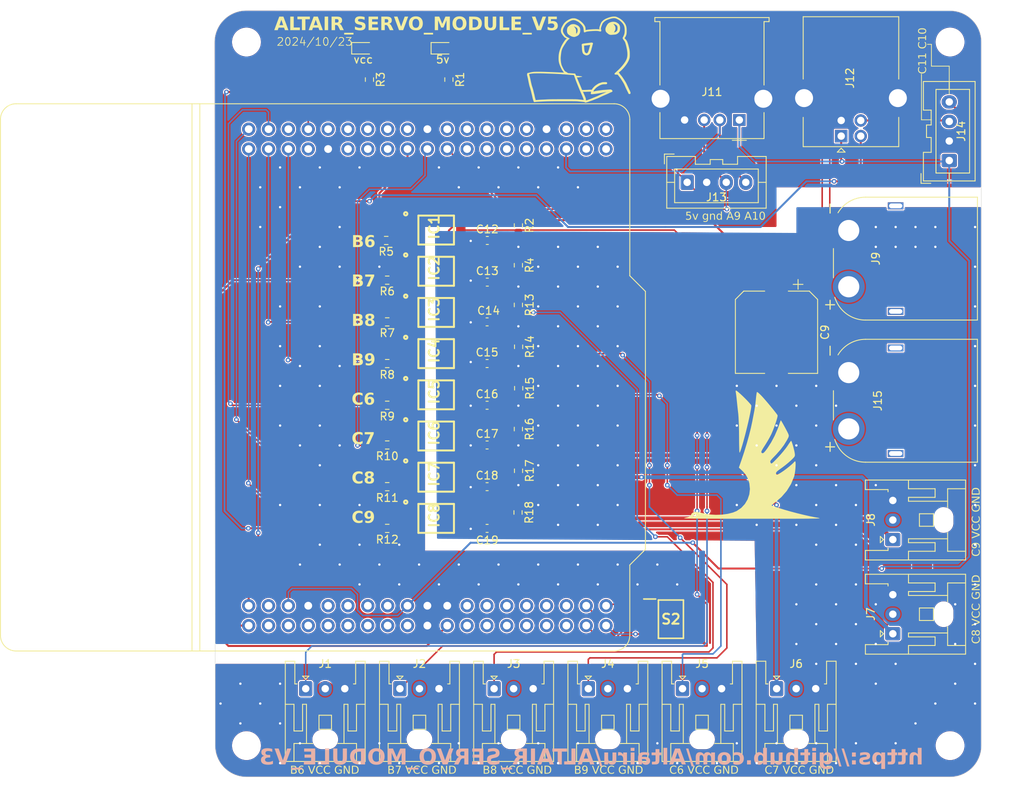
<source format=kicad_pcb>
(kicad_pcb (version 20240108) (generator "pcbnew") (generator_version "8.0")
  (layers (0 "F.Cu" signal) (31 "B.Cu" signal) (34 "B.Paste" user) (35 "F.Paste" user) (36 "B.SilkS" user "B.Silkscreen") (37 "F.SilkS" user "F.Silkscreen") (38 "B.Mask" user) (39 "F.Mask" user) (44 "Edge.Cuts" user))
  (net 0 "")
  (net 1 "GND")
  (net 2 "+3.3V")
  (net 3 "VCC")
  (net 4 "GND1")
  (net 5 "s1")
  (net 6 "s2")
  (net 7 "s3")
  (net 8 "s4")
  (net 9 "s5")
  (net 10 "s6")
  (net 11 "s7")
  (net 12 "s8")
  (net 13 "B6")
  (net 14 "B7")
  (net 15 "B8")
  (net 16 "B9")
  (net 17 "Net-(IC1-ANODE)")
  (net 18 "Net-(IC2-ANODE)")
  (net 19 "Net-(IC3-ANODE)")
  (net 20 "Net-(IC4-ANODE)")
  (net 21 "Net-(IC5-ANODE)")
  (net 22 "Net-(IC6-ANODE)")
  (net 23 "Net-(IC7-ANODE)")
  (net 24 "Net-(IC8-ANODE)")
  (net 25 "Net-(LED1-A)")
  (net 26 "C6")
  (net 27 "C7")
  (net 28 "C8")
  (net 29 "C9")
  (net 30 "C10")
  (net 31 "C11")
  (net 32 "Net-(LED3-A)")
  (net 33 "+5V")
  (net 34 "A9")
  (net 35 "A10")
  (net 36 "Net-(U2-PC3)")
  (net 37 "Net-(U2-PC2)")
  (net 38 "Net-(U2-PC1(PB9))")
  (net 39 "Net-(U2-PC0(PB9))")
  (footprint "AltairMD_V6:altair1" (layer "F.Cu") (at 154.432 52.324)
    (property "Reference" "G***" (hide yes))
    (property "Value" "LOGO" (hide yes))
  )
  (footprint "Resistor_SMD:R_0603_1608Metric" (layer "F.Cu") (at 128.003 101.54187 180)
    (property "Reference" "R10")
    (property "Value" "100")
  )
  (footprint "LED_SMD:LED_0603_1608Metric" (layer "F.Cu") (at 124.9425 50.8)
    (property "Reference" "LED3")
    (property "Value" "vcc")
  )
  (footprint "SamacSys_Parts:11-4L1S_5-PIN-SOIC_" (layer "F.Cu") (at 134.264 74.05174 -90)
    (property "Reference" "IC1")
    (property "Value" "TLP152" (hide yes))
  )
  (footprint "Connector_JST:JST_XA_S03B-XASK-1_1x03_P2.50mm_Horizontal" (layer "F.Cu") (at 192.68 125.69 90)
    (property "Reference" "J7")
    (property "Value" "servo")
  )
  (footprint "Capacitor_SMD:C_0603_1608Metric" (layer "F.Cu") (at 140.779 91.12787)
    (property "Reference" "C15")
    (property "Value" "0.1uF")
  )
  (footprint "Connector_AMASS:AMASS_XT60PW-M_1x02_P7.20mm_Horizontal" (layer "F.Cu") (at 187.04 74.105 -90)
    (property "Reference" "J9")
    (property "Value" "power")
  )
  (footprint "Resistor_SMD:R_0603_1608Metric" (layer "F.Cu") (at 128.003 80.45987 180)
    (property "Reference" "R6")
    (property "Value" "100")
  )
  (footprint "Connector_JST:JST_XA_S03B-XASK-1_1x03_P2.50mm_Horizontal" (layer "F.Cu") (at 165.775 132.715)
    (property "Reference" "J5")
    (property "Value" "servo")
  )
  (footprint "Resistor_SMD:R_0603_1608Metric" (layer "F.Cu") (at 144.818759 94.282564 -90)
    (property "Reference" "R15")
    (property "Value" "2k")
  )
  (footprint "Resistor_SMD:R_0603_1608Metric" (layer "F.Cu") (at 128.003 112.20987 180)
    (property "Reference" "R12")
    (property "Value" "100")
  )
  (footprint "Connector_JST:JST_XA_S03B-XASK-1_1x03_P2.50mm_Horizontal" (layer "F.Cu") (at 153.725 132.715)
    (property "Reference" "J4")
    (property "Value" "servo")
  )
  (footprint "Capacitor_SMD:C_0603_1608Metric" (layer "F.Cu") (at 140.779 106.87587)
    (property "Reference" "C18")
    (property "Value" "0.1uF")
  )
  (footprint "SamacSys_Parts:11-4L1S_5-PIN-SOIC_" (layer "F.Cu") (at 134.264 110.93271 -90)
    (property "Reference" "IC8")
    (property "Value" "TLP152" (hide yes))
  )
  (footprint "Resistor_SMD:R_0603_1608Metric" (layer "F.Cu") (at 128.003 96.46187 180)
    (property "Reference" "R9")
    (property "Value" "100")
  )
  (footprint "Resistor_SMD:R_0603_1608Metric" (layer "F.Cu") (at 127.875 75.37987 180)
    (property "Reference" "R5")
    (property "Value" "100")
  )
  (footprint "Connector_JST:JST_XA_S03B-XASK-1_1x03_P2.50mm_Horizontal" (layer "F.Cu") (at 141.675 132.715)
    (property "Reference" "J3")
    (property "Value" "servo")
  )
  (footprint "Resistor_SMD:R_0603_1608Metric" (layer "F.Cu") (at 144.78 78.55 -90)
    (property "Reference" "R4")
    (property "Value" "2k")
  )
  (footprint "MountingHole:MountingHole_3.2mm_M3" (layer "F.Cu") (at 200 50)
    (property "Reference" "REF**" (hide yes))
    (property "Value" "MountingHole_3.2mm_M3" (hide yes))
  )
  (footprint "Resistor_SMD:R_0603_1608Metric" (layer "F.Cu") (at 135.89 54.801 -90)
    (property "Reference" "R1")
    (property "Value" "4.7k")
  )
  (footprint "Resistor_SMD:R_0603_1608Metric" (layer "F.Cu") (at 128.003 85.79387 180)
    (property "Reference" "R7")
    (property "Value" "100")
  )
  (footprint "Capacitor_SMD:C_0603_1608Metric" (layer "F.Cu") (at 140.805 80.71387)
    (property "Reference" "C13")
    (property "Value" "0.1uF")
  )
  (footprint "SamacSys_Parts:11-4L1S_5-PIN-SOIC_" (layer "F.Cu") (at 134.264 79.32045 -90)
    (property "Reference" "IC2")
    (property "Value" "TLP152" (hide yes))
  )
  (footprint "Resistor_SMD:R_0603_1608Metric" (layer "F.Cu") (at 128.003 91.12787 180)
    (property "Reference" "R8")
    (property "Value" "100")
  )
  (footprint "Resistor_SMD:R_0603_1608Metric" (layer "F.Cu") (at 144.78 99.505 -90)
    (property "Reference" "R16")
    (property "Value" "2k")
  )
  (footprint "Resistor_SMD:R_0603_1608Metric" (layer "F.Cu") (at 144.78 73.47 -90)
    (property "Reference" "R2")
    (property "Value" "2k")
  )
  (footprint "Resistor_SMD:R_0603_1608Metric" (layer "F.Cu") (at 125.73 54.801 -90)
    (property "Reference" "R3")
    (property "Value" "4.7k")
  )
  (footprint "MountingHole:MountingHole_3.2mm_M3" (layer "F.Cu") (at 200 140)
    (property "Reference" "REF**" (hide yes))
    (property "Value" "MountingHole_3.2mm_M3")
  )
  (footprint "SamacSys_Parts:11-4L1S_5-PIN-SOIC_" (layer "F.Cu") (at 134.264 84.58916 -90)
    (property "Reference" "IC3")
    (property "Value" "TLP152" (hide yes))
  )
  (footprint "Resistor_SMD:R_0603_1608Metric" (layer "F.Cu") (at 144.78 83.63 -90)
    (property "Reference" "R13")
    (property "Value" "2k")
  )
  (footprint "Capacitor_SMD:C_0603_1608Metric" (layer "F.Cu") (at 140.779 96.46187)
    (property "Reference" "C16")
    (property "Value" "0.1uF")
  )
  (footprint "Capacitor_SMD:C_0603_1608Metric" (layer "F.Cu") (at 140.779 101.54187)
    (property "Reference" "C17")
    (property "Value" "0.1uF")
  )
  (footprint "MountingHole:MountingHole_3.2mm_M3" (layer "F.Cu") (at 110 50)
    (property "Reference" "REF**" (hide yes))
    (property "Value" "MountingHole_3.2mm_M3")
  )
  (footprint "Capacitor_SMD:C_0603_1608Metric" (layer "F.Cu") (at 140.779 112.20987)
    (property "Reference" "C19")
    (property "Value" "0.1uF")
  )
  (footprint "Connector_JST:JST_XA_S03B-XASK-1_1x03_P2.50mm_Horizontal" (layer "F.Cu") (at 117.575 132.715)
    (property "Reference" "J1")
    (property "Value" "servo")
  )
  (footprint "Capacitor_SMD:C_0603_1608Metric" (layer "F.Cu") (at 140.805 75.37987)
    (property "Reference" "C12")
    (property "Value" "0.1uF")
  )
  (footprint "SamacSys_Parts:SOIC127P600X175-8N" (layer "F.Cu") (at 164.293 123.825)
    (property "Reference" "S2")
    (property "Value" "KHS42E" (hide yes))
  )
  (footprint "Resistor_SMD:R_0603_1608Metric" (layer "F.Cu") (at 144.800381 104.842475 -90)
    (property "Reference" "R17")
    (property "Value" "2k")
  )
  (footprint "Capacitor_SMD:CP_Elec_10x10" (layer "F.Cu") (at 177.8 87.122 -90)
    (property "Reference" "C9")
    (property "Value" "330μf")
  )
  (footprint "Capacitor_SMD:C_0603_1608Metric" (layer "F.Cu") (at 140.779 85.79387)
    (property "Reference" "C14")
    (property "Value" "0.1uF")
  )
  (footprint "Connector_JST:JST_XA_S03B-XASK-1_1x03_P2.50mm_Horizontal" (layer "F.Cu") (at 177.815 132.715)
    (property "Reference" "J6")
    (property "Value" "servo")
  )
  (footprint "Connector_USB:USB_A_Molex_67643_Horizontal" (layer "F.Cu") (at 173.045 59.97 180)
    (property "Reference" "J11")
    (property "Value" "USB_A")
  )
  (footprint "SamacSys_Parts:11-4L1S_5-PIN-SOIC_" (layer "F.Cu") (at 134.264 95.12658 -90)
    (property "Reference" "IC5")
    (property "Value" "TLP152" (hide yes))
  )
  (footprint "Connector_USB:USB_B_Lumberg_2411_02_Horizontal" (layer "F.Cu") (at 186.075 62.0325 90)
    (property "Reference" "J12")
    (property "Value" "USB_B")
  )
  (footprint "SamacSys_Parts:11-4L1S_5-PIN-SOIC_" (layer "F.Cu") (at 134.264 100.39529 -90)
    (property "Reference" "IC6")
    (property "Value" "TLP152" (hide yes))
  )
  (footprint "Connector_JST:JST_XA_S03B-XASK-1_1x03_P2.50mm_Horizontal" (layer "F.Cu") (at 129.625 132.715)
    (property "Reference" "J2")
    (property "Value" "servo")
  )
  (footprint "Resistor_SMD:R_0603_1608Metric" (layer "F.Cu") (at 144.810269 88.98108 -90)
    (property "Reference" "R14")
    (property "Value" "2k")
  )
  (footprint "SamacSys_Parts:11-4L1S_5-PIN-SOIC_" (layer "F.Cu") (at 134.264 89.85787 -90)
    (property "Reference" "IC4")
    (property "Value" "TLP152" (hide yes))
  )
  (footprint "Library:sken" (layer "F.Cu") (at 174.752 109.22)
    (property "Reference" "G***" (hide yes))
    (property "Value" "LOGO" (hide yes))
  )
  (footprint "Connector_JST:JST_XA_B04B-XASK-1_1x04_P2.50mm_Vertical" (layer "F.Cu") (at 166.37 67.945)
    (property "Reference" "J13")
    (property "Value" "Conn_01x04")
  )
  (footprint "Connector_JST:JST_XA_S03B-XASK-1_1x03_P2.50mm_Horizontal" (layer "F.Cu") (at 192.68 113.64 90)
    (property "Reference" "J8")
    (property "Value" "servo")
  )
  (footprint "MountingHole:MountingHole_3.2mm_M3" (layer "F.Cu") (at 110 140)
    (property "Reference" "REF**" (hide yes))
    (property "Value" "MountingHole_3.2mm_M3")
  )
  (footprint "Resistor_SMD:R_0603_1608Metric" (layer "F.Cu") (at 144.735465 110.174703 -90)
    (property "Reference" "R18")
    (property "Value" "2k")
  )
  (footprint "LED_SMD:LED_0603_1608Metric" (layer "F.Cu") (at 135.1025 50.8)
    (property "Reference" "LED1")
    (property "Value" "5v")
  )
  (footprint "SamacSys_Parts:11-4L1S_5-PIN-SOIC_" (layer "F.Cu") (at 134.264 105.664 -90)
    (property "Reference" "IC7")
    (property "Value" "TLP152" (hide yes))
  )
  (footprint "Library:STM32F446RE_Nucleo" (layer "F.Cu") (at 131.445 93.98 90)
    (property "Reference" "U2" (hide yes))
    (property "Value" "~" (hide yes))
  )
  (footprint "Resistor_SMD:R_0603_1608Metric" (layer "F.Cu") (at 128.003 106.87587 180)
    (property "Reference" "R11")
    (property "Value" "100")
  )
  (footprint "Connector_JST:JST_XA_B04B-XASK-1_1x04_P2.50mm_Vertical" (layer "F.Cu") (at 199.898 65.158 90)
    (property "Reference" "J14")
    (property "Value" "Conn_01x04")
  )
  (footprint "Connector_AMASS:AMASS_XT60PW-M_1x02_P7.20mm_Horizontal" (layer "F.Cu") (at 187.04 92.285 -90)
    (property "Reference" "J15")
    (property "Value" "power")
  )
  (gr_line (start 197.104 50.292) (end 197.612 50.292) (stroke (width 0.1)) (layer "F.SilkS"))
  (gr_line (start 197.612 53.086) (end 199.898 53.086) (stroke (width 0.1)) (layer "F.SilkS"))
  (gr_line (start 197.612 50.292) (end 197.612 53.086) (stroke (width 0.1)) (layer "F.SilkS"))
  (gr_line (start 199.898 53.086) (end 199.898 56.642) (stroke (width 0.1)) (layer "F.SilkS"))
  (gr_line (start 196.342 59.944) (end 197.612 59.944) (stroke (width 0.1)) (layer "F.SilkS"))
  (gr_line (start 196.342 54.102) (end 196.342 59.944) (stroke (width 0.1)) (layer "F.SilkS"))
  (gr_line (start 105.918 50.038) (end 106 140) (stroke (width 0.05)) (layer "Edge.Cuts"))
  (gr_arc (start 200 46) (mid 202.828427 47.171573) (end 204 50) (stroke (width 0.05)) (layer "Edge.Cuts"))
  (gr_line (start 204 140) (end 204 50) (stroke (width 0.05)) (layer "Edge.Cuts"))
  (gr_arc (start 110 144) (mid 107.171573 142.828427) (end 106 140) (stroke (width 0.05)) (layer "Edge.Cuts"))
  (gr_arc (start 105.918 50.038) (mid 107.108318 47.164318) (end 109.982 45.974) (stroke (width 0.05)) (layer "Edge.Cuts"))
  (gr_arc (start 204 140) (mid 202.828427 142.828427) (end 200 144) (stroke (width 0.05)) (layer "Edge.Cuts"))
  (gr_line (start 200 46) (end 109.982 45.974) (stroke (width 0.05)) (layer "Edge.Cuts"))
  (gr_line (start 110 144) (end 200 144) (stroke (width 0.05)) (layer "Edge.Cuts"))
  (gr_text "https://github.com/Altairu/ALTAIR_SERVO_MODULE_V3" (at 196.596 142.748 0) (layer "B.SilkS") (effects (font (size 2 2) (thickness 0.1)) (justify left bottom mirror)))
  (gr_text "C8 VCC GND" (at 203.962 127 90) (layer "F.SilkS") (effects (font (size 1 1) (thickness 0.1)) (justify left bottom)))
  (gr_text "5v gnd A9 A10" (at 166.116 72.898 0) (layer "F.SilkS") (effects (font (size 1 1) (thickness 0.1)) (justify left bottom)))
  (gr_text "C7 VCC GND" (at 176.276 143.764 0) (layer "F.SilkS") (effects (font (size 1 1) (thickness 0.1)) (justify left bottom)))
  (gr_text "B6\n\nB7\n\nB8\n\nB9\n\nC6\n\nC7\n\nC8\n\nC9" (at 123.444 111.76 0) (layer "F.SilkS") (effects (font (size 1.5 1.5) (thickness 0.3) (bold yes)) (justify left bottom)))
  (gr_text "B6 VCC GND" (at 115.57 143.764 0) (layer "F.SilkS") (effects (font (size 1 1) (thickness 0.1)) (justify left bottom)))
  (gr_text "B9 VCC GND" (at 151.892 143.764 0) (layer "F.SilkS") (effects (font (size 1 1) (thickness 0.1)) (justify left bottom)))
  (gr_text "C9 VCC GND" (at 203.962 115.824 90) (layer "F.SilkS") (effects (font (size 1 1) (thickness 0.1)) (justify left bottom)))
  (gr_text "B8 VCC GND" (at 140.208 143.764 0) (layer "F.SilkS") (effects (font (size 1 1) (thickness 0.1)) (justify left bottom)))
  (gr_text "C6 VCC GND" (at 164.084 143.764 0) (layer "F.SilkS") (effects (font (size 1 1) (thickness 0.1)) (justify left bottom)))
  (gr_text "2024/10/23" (at 113.792 50.546 0) (layer "F.SilkS") (effects (font (size 1 1) (thickness 0.1)) (justify left bottom)))
  (gr_text "C11 C10" (at 197.104 54.102 90) (layer "F.SilkS") (effects (font (size 1 1) (thickness 0.1)) (justify left bottom)))
  (gr_text "B7 VCC GND" (at 128.016 143.764 0) (layer "F.SilkS") (effects (font (size 1 1) (thickness 0.1)) (justify left bottom)))
  (gr_text "ALTAIR_SERVO_MODULE_V5\n" (at 113.538 48.768 0) (layer "F.SilkS") (effects (font (size 1.7 1.7) (thickness 0.3) (bold yes)) (justify left bottom)))
  (segment (start 131.05587 75.37987) (end 131.114 75.32174) (width 0.5) (layer "F.Cu") (net 1))
  (segment (start 130.99058 101.54187) (end 131.114 101.66529) (width 0.5) (layer "F.Cu") (net 1))
  (segment (start 131.04871 96.46187) (end 131.114 96.39658) (width 0.5) (layer "F.Cu") (net 1))
  (segment (start 131.10684 112.20987) (end 131.114 112.20271) (width 0.5) (layer "F.Cu") (net 1))
  (segment (start 130.98342 80.45987) (end 131.114 80.59045) (width 0.5) (layer "F.Cu") (net 1))
  (segment (start 131.04871 85.79387) (end 131.114 85.85916) (width 0.5) (layer "F.Cu") (net 1))
  (segment (start 131.05587 106.87587) (end 131.114 106.934) (width 0.5) (layer "F.Cu") (net 1))
  (via (at 157.48 116.84) (size 0.6) (drill 0.3) (layers "F.Cu" "B.Cu") (net 1))
  (via (at 119.38 99.06) (size 0.6) (drill 0.3) (layers "F.Cu" "B.Cu") (net 1))
  (via (at 119.38 76.2) (size 0.6) (drill 0.3) (layers "F.Cu" "B.Cu") (net 1))
  (via (at 114.3 71.12) (size 0.6) (drill 0.3) (layers "F.Cu" "B.Cu") (net 1))
  (via (at 137.16 68.58) (size 0.6) (drill 0.3) (layers "F.Cu" "B.Cu") (net 1))
  (via (at 116.84 116.84) (size 0.6) (drill 0.3) (layers "F.Cu" "B.Cu") (net 1))
  (via (at 111.76 73.66) (size 0.6) (drill 0.3) (layers "F.Cu" "B.Cu") (net 1))
  (via (at 124.46 109.22) (size 0.6) (drill 0.3) (layers "F.Cu" "B.Cu") (net 1))
  (via (at 165.1 119.38) (size 0.6) (drill 0.3) (layers "F.Cu" "B.Cu") (net 1))
  (via (at 144.78 66.04) (size 0.6) (drill 0.3) (layers "F.Cu" "B.Cu") (net 1))
  (via (at 121.92 73.66) (size 0.6) (drill 0.3) (layers "F.Cu" "B.Cu") (net 1))
  (via (at 137.16 116.84) (size 0.6) (drill 0.3) (layers "F.Cu" "B.Cu") (net 1))
  (via (at 124.46 66.04) (size 0.6) (drill 0.3) (layers "F.Cu" "B.Cu") (net 1))
  (via (at 160.02 119.38) (size 0.6) (drill 0.3) (layers "F.Cu" "B.Cu") (net 1))
  (via (at 114.3 93.98) (size 0.6) (drill 0.3) (layers "F.Cu" "B.Cu") (net 1))
  (via (at 142.24 68.58) (size 0.6) (drill 0.3) (layers "F.Cu" "B.Cu") (net 1))
  (via (at 111.76 68.58) (size 0.6) (drill 0.3) (layers "F.Cu" "B.Cu") (net 1))
  (via (at 119.38 93.98) (size 0.6) (drill 0.3) (layers "F.Cu" "B.Cu") (net 1))
  (via (at 114.3 99.06) (size 0.6) (drill 0.3) (layers "F.Cu" "B.Cu") (net 1))
  (via (at 134.62 119.38) (size 0.6) (drill 0.3) (layers "F.Cu" "B.Cu") (net 1))
  (via (at 124.46 119.38) (size 0.6) (drill 0.3) (layers "F.Cu" "B.Cu") (net 1))
  (via (at 121.92 78.74) (size 0.6) (drill 0.3) (layers "F.Cu" "B.Cu") (net 1))
  (via (at 121.92 91.44) (size 0.6) (drill 0.3) (layers "F.Cu" "B.Cu") (net 1))
  (via (at 116.84 68.58) (size 0.6) (drill 0.3) (layers "F.Cu" "B.Cu") (net 1))
  (via (at 121.92 101.6) (size 0.6) (drill 0.3) (layers "F.Cu" "B.Cu") (net 1))
  (via (at 127 78.74) (size 0.6) (drill 0.3) (layers "F.Cu" "B.Cu") (net 1))
  (via (at 116.84 101.6) (size 0.6) (drill 0.3) (layers "F.Cu" "B.Cu") (net 1))
  (via (at 139.7 66.04) (size 0.6) (drill 0.3) (layers "F.Cu" "B.Cu") (net 1))
  (via (at 142.24 116.84) (size 0.6) (drill 0.3) (layers "F.Cu" "B.Cu") (net 1))
  (via (at 144.78 119.38) (size 0.6) (drill 0.3) (layers "F.Cu" "B.Cu") (net 1))
  (via (at 114.3 83.82) (size 0.6) (drill 0.3) (layers "F.Cu" "B.Cu") (net 1))
  (via (at 147.32 68.58) (size 0.6) (drill 0.3) (layers "F.Cu" "B.Cu") (net 1))
  (via (at 124.46 114.3) (size 0.6) (drill 0.3) (layers "F.Cu" "B.Cu") (net 1))
  (via (at 119.38 104.14) (size 0.6) (drill 0.3) (layers "F.Cu" "B.Cu") (net 1))
  (via (at 114.3 66.04) (size 0.6) (drill 0.3) (layers "F.Cu" "B.Cu") (net 1))
  (via (at 129.54 114.3) (size 0.6) (drill 0.3) (layers "F.Cu" "B.Cu") (net 1))
  (via (at 129.54 119.38) (size 0.6) (drill 0.3) (layers "F.Cu" "B.Cu") (net 1))
  (via (at 152.4 68.58) (size 0.6) (drill 0.3) (layers "F.Cu" "B.Cu") (net 1))
  (via (at 114.3 88.9) (size 0.6) (drill 0.3) (layers "F.Cu" "B.Cu") (net 1))
  (via (at 116.84 91.44) (size 0.6) (drill 0.3) (layers "F.Cu" "B.Cu") (net 1))
  (via (at 119.38 88.9) (size 0.6) (drill 0.3) (layers "F.Cu" "B.Cu") (net 1))
  (via (at 119.38 114.3) (size 0.6) (drill 0.3) (layers "F.Cu" "B.Cu") (net 1))
  (via (at 132.08 116.84) (size 0.6) (drill 0.3) (layers "F.Cu" "B.Cu") (net 1))
  (via (at 116.84 78.74) (size 0.6) (drill 0.3) (layers "F.Cu" "B.Cu") (net 1))
  (via (at 149.86 119.38) (size 0.6) (drill 0.3) (layers "F.Cu" "B.Cu") (net 1))
  (via (at 121.92 68.58) (size 0.6) (drill 0.3) (layers "F.Cu" "B.Cu") (net 1))
  (via (at 119.38 109.22) (size 0.6) (drill 0.3) (layers "F.Cu" "B.Cu") (net 1))
  (via (at 139.7 119.38) (size 0.6) (drill 0.3) (layers "F.Cu" "B.Cu") (net 1))
  (via (at 114.3 109.22) (size 0.6) (drill 0.3) (layers "F.Cu" "B.Cu") (net 1))
  (via (at 147.32 116.84) (size 0.6) (drill 0.3) (layers "F.Cu" "B.Cu") (net 1))
  (via (at 119.38 83.82) (size 0.6) (drill 0.3) (layers "F.Cu" "B.Cu") (net 1))
  (via (at 152.4 116.84) (size 0.6) (drill 0.3) (layers "F.Cu" "B.Cu") (net 1))
  (via (at 154.94 119.38) (size 0.6) (drill 0.3) (layers "F.Cu" "B.Cu") (net 1))
  (via (at 134.62 66.04) (size 0.6) (drill 0.3) (layers "F.Cu" "B.Cu") (net 1))
  (via (at 162.56 116.84) (size 0.6) (drill 0.3) (layers "F.Cu" "B.Cu") (net 1))
  (via (at 127 116.84) (size 0.6) (drill 0.3) (layers "F.Cu" "B.Cu") (net 1))
  (via (at 119.38 66.04) (size 0.6) (drill 0.3) (layers "F.Cu" "B.Cu") (net 1))
  (via (at 149.86 66.04) (size 0.6) (drill 0.3) (layers "F.Cu" "B.Cu") (net 1))
  (via (at 121.92 116.84) (size 0.6) (drill 0.3) (layers "F.Cu" "B.Cu") (net 1))
  (segment (start 135.89 92.456) (end 135.89 93.98) (width 0.25) (layer "F.Cu") (net 3))
  (segment (start 141.58 80.71387) (end 142.68887 80.71387) (width 0.25) (layer "F.Cu") (net 3))
  (segment (start 197.866 86.614) (end 197.866 106.750699) (width 5) (layer "F.Cu") (net 3))
  (segment (start 185.223 83.122) (end 182.372 83.122) (width 5) (layer "F.Cu") (net 3))
  (segment (start 135.95529 109.66271) (end 135.89 109.728) (width 0.25) (layer "F.Cu") (net 3))
  (segment (start 135.89 93.85658) (end 135.89 93.98) (width 0.25) (layer "F.Cu") (net 3))
  (segment (start 168.275 132.715) (end 168.275 136.271) (width 2.54) (layer "F.Cu") (net 3))
  (segment (start 135.89 82.042) (end 135.89 83.312) (width 0.25) (layer "F.Cu") (net 3))
  (segment (start 197.866 98.044) (end 196.425 99.485) (width 5) (layer "F.Cu") (net 3))
  (segment (start 196.6448 81.305) (end 197.866 82.5262) (width 5) (layer "F.Cu") (net 3))
  (segment (start 141.478 97.79) (end 135.89 97.79) (width 0.25) (layer "F.Cu") (net 3))
  (segment (start 197.866 106.750699) (end 197.266349 107.35035) (width 5) (layer "F.Cu") (net 3))
  (segment (start 168.275 136.271) (end 168.656 136.652) (width 2.54) (layer "F.Cu") (net 3))
  (segment (start 195.4624 105.546401) (end 195.4624 109.9876) (width 2.54) (layer "F.Cu") (net 3))
  (segment (start 194.564 99.485) (end 191.262 99.485) (width 5) (layer "F.Cu") (net 3))
  (segment (start 180.315 136.423) (end 180.086 136.652) (width 2.54) (layer "F.Cu") (net 3))
  (segment (start 137.414 72.78174) (end 137.214 72.78174) (width 0.25) (layer "F.Cu") (net 3))
  (segment (start 135.89 103.124) (end 135.89 104.394) (width 0.25) (layer "F.Cu") (net 3))
  (segment (start 141.58 75.37987) (end 141.58 76.352) (width 0.25) (layer "F.Cu") (net 3))
  (segment (start 196.425 106.934) (end 196.425 107.696) (width 2.54) (layer "F.Cu") (net 3))
  (segment (start 142.56187 96.46187) (end 144.78 98.68) (width 0.25) (layer "F.Cu") (net 3))
  (segment (start 141.554 96.46187) (end 142.56187 96.46187) (width 0.25) (layer "F.Cu") (net 3))
  (segment (start 132.125 132.715) (end 132.125 136.099) (width 2.54) (layer "F.Cu") (net 3))
  (segment (start 141.554 97.714) (end 141.478 97.79) (width 0.25) (layer "F.Cu") (net 3))
  (segment (start 141.554 112.20987) (end 141.68153 112.3374) (width 0.25) (layer "F.Cu") (net 3))
  (segment (start 195.4624 105.546401) (end 197.266349 107.35035) (width 2.54) (layer "F.Cu") (net 3))
  (segment (start 196.425 110.998) (end 196.425 115.316) (width 2.54) (layer "F.Cu") (net 3))
  (segment (start 141.554 101.54187) (end 141.554 102.794) (width 0.25) (layer "F.Cu") (net 3))
  (segment (start 196.283 111.14) (end 196.425 110.998) (width 2.54) (layer "F.Cu") (net 3))
  (segment (start 135.89 93.98) (end 135.89 97.79) (width 0.25) (layer "F.Cu") (net 3))
  (segment (start 169.30174 72.78174) (end 177.8 81.28) (width 0.25) (layer "F.Cu") (net 3))
  (segment (start 196.425 107.696) (end 197.612 107.696) (width 2.54) (layer "F.Cu") (net 3))
  (segment (start 141.224 107.95) (end 135.89 107.95) (width 0.25) (layer "F.Cu") (net 3))
  (segment (start 141.554 106.87587) (end 142.261632 106.87587) (width 0.25) (layer "F.Cu") (net 3))
  (segment (start 185.223 83.122) (end 187.04 81.305) (width 5) (layer "F.Cu") (net 3))
  (segment (start 191.008 115.316) (end 196.425 115.316) (width 0.25) (layer "F.Cu") (net 3))
  (segment (start 196.425 106.934) (end 196.425 101.346) (width 2.54) (layer "F.Cu") (net 3))
  (segment (start 142.324776 101.54187) (end 144.800381 104.017475) (width 0.25) (layer "F.Cu") (net 3))
  (segment (start 191.262 99.485) (end 187.04 99.485) (width 5) (layer "F.Cu") (net 3))
  (segment (start 142.261632 106.87587) (end 144.735465 109.349703) (width 0.25) (layer "F.Cu") (net 3))
  (segment (start 196.425 133.267) (end 193.04 136.652) (width 2.54) (layer "F.Cu") (net 3))
  (segment (start 120.075 135.569) (end 120.075 133.0304) (width 2.54) (layer "F.Cu") (net 3))
  (segment (start 196.425 101.7252) (end 196.425 106.934) (width 2.54) (layer "F.Cu") (net 3))
  (segment (start 156.225 136.637) (end 156.21 136.652) (width 2.54) (layer "F.Cu") (net 3))
  (segment (start 140.97 92.456) (end 135.89 92.456) (width 0.25) (layer "F.Cu") (net 3))
  (segment (start 188.0294 112.3374) (end 191.008 115.316) (width 0.25) (layer "F.Cu") (net 3))
  (segment (start 141.554 85.79387) (end 141.554 86.792) (width 0.25) (layer "F.Cu") (net 3))
  (segment (start 137.414 104.394) (end 135.89 104.394) (width 0.25) (layer "F.Cu") (net 3))
  (segment (start 135.89 104.394) (end 135.89 107.95) (width 0.25) (layer "F.Cu") (net 3))
  (segment (start 141.224 76.708) (end 135.89 76.708) (width 0.25) (layer "F.Cu") (net 3))
  (segment (start 197.866 92.202) (end 197.866 98.044) (width 5) (layer "F.Cu") (net 3))
  (segment (start 197.866 82.5262) (end 197.866 86.614) (width 5) (layer "F.Cu") (net 3))
  (segment (start 141.554 106.87587) (end 141.554 107.62) (width 0.25) (layer "F.Cu") (net 3))
  (segment (start 194.1848 99.485) (end 196.425 101.7252) (width 2.54) (layer "F.Cu") (net 3))
  (segment (start 120.075 133.0304) (end 120.075 132.715) (width 1.8) (layer "F.Cu") (net 3))
  (segment (start 142.68887 80.71387) (end 144.78 82.805) (width 0.25) (layer "F.Cu") (net 3))
  (segment (start 195.4624 100.3834) (end 195.4624 105.546401) (width 2.54) (layer "F.Cu") (net 3))
  (segment (start 131.572 136.652) (end 121.158 136.652) (width 2.54) (layer "F.Cu") (net 3))
  (segment (start 182.372 83.122) (end 177.8 83.122) (width 5) (layer "F.Cu") (net 3))
  (segment (start 191.262 99.485) (end 191.262 98.806) (width 5) (layer "F.Cu") (net 3))
  (segment (start 181.61 49.53) (end 183.642 51.562) (width 0.2) (layer "F.Cu") (net 3))
  (segment (start 137.414 78.05045) (end 135.96245 78.05045) (width 0.25) (layer "F.Cu") (net 3))
  (segment (start 135.89 83.312) (end 135.89 87.122) (width 0.25) (layer "F.Cu") (net 3))
  (segment (start 142.448059 85.79387) (end 144.810269 88.15608) (width 0.25) (layer "F.Cu") (net 3))
  (segment (start 141.554 86.792) (end 141.224 87.122) (width 0.25) (layer "F.Cu") (net 3))
  (segment (start 141.68153 112.3374) (end 188.0294 112.3374) (width 0.25) (layer "F.Cu") (net 3))
  (segment (start 195.4624 109.9876) (end 194.31 111.14) (width 2.54) (layer "F.Cu") (net 3))
  (segment (start 135.89 107.95) (end 135.89 109.474) (width 0.25) (layer "F.Cu") (net 3))
  (segment (start 198.628 106.68) (end 198.628 98.806) (width 2.54) (layer "F.Cu") (net 3))
  (segment (start 196.425 107.696) (end 196.425 109.040331) (width 2.54) (layer "F.Cu") (net 3))
  (segment (start 196.425 99.485) (end 194.564 99.485) (width 5) (layer "F.Cu") (net 3))
  (segment (start 135.89 77.978) (end 135.89 82.042) (width 0.25) (layer "F.Cu") (net 3))
  (segment (start 156.225 132.715) (end 156.225 136.637) (width 2.54) (layer "F.Cu") (net 3))
  (segment (start 127.508 55.626) (end 127.508 50.038) (width 0.2) (layer "F.Cu") (net 3))
  (segment (start 196.425 99.485) (end 196.425 107.696) (width 2.54) (layer "F.Cu") (net 3))
  (segment (start 177.8 81.28) (end 177.8 83.122) (width 0.25) (layer "F.Cu") (net 3))
  (segment (start 135.89 99.12529) (end 135.89 99.568) (width 0.25) (layer "F.Cu") (net 3))
  (segment (start 144.526 136.652) (end 131.572 136.652) (width 2.54) (layer "F.Cu") (net 3))
  (segment (start 142.43487 75.37987) (end 144.78 77.725) (width 0.25) (layer "F.Cu") (net 3))
  (segment (start 137.214 72.78174) (end 135.89 74.10574) (width 0.25) (layer "F.Cu") (net 3))
  (segment (start 141.554 85.79387) (end 142.448059 85.79387) (width 0.25) (layer "F.Cu") (net 3))
  (segment (start 144.175 132.715) (end 144.175 136.301) (width 2.54) (layer "F.Cu") (net 3))
  (segment (start 156.21 136.652) (end 144.526 136.652) (width 2.54) (layer "F.Cu") (net 3))
  (segment (start 127.508 50.038) (end 128.016 49.53) (width 0.2) (layer "F.Cu") (net 3))
  (segment (start 140.47987 113.284) (end 141.554 112.20987) (width 0.25) (layer "F.Cu") (net 3))
  (segment (start 197.612 107.696) (end 198.628 106.68) (width 2.54) (layer "F.Cu") (net 3))
  (segment (start 144.175 136.301) (end 144.526 136.652) (width 2.54) (layer "F.Cu") (net 3))
  (segment (start 137.414 99.12529) (end 135.89 99.12529) (width 0.25) (layer "F.Cu") (net 3))
  (segment (start 135.89 113.284) (end 140.47987 113.284) (width 0.25) (layer "F.Cu") (net 3))
  (segment (start 141.224 103.124) (end 135.89 103.124) (width 0.25) (layer "F.Cu") (net 3))
  (segment (start 141.554 107.62) (end 141.224 107.95) (width 0.25) (layer "F.Cu") (net 3))
  (segment (start 137.414 83.31916) (end 135.89716 83.31916) (width 0.25) (layer "F.Cu") (net 3))
  (segment (start 183.642 81.852) (end 182.372 83.122) (width 0.2) (layer "F.Cu") (net 3))
  (segment (start 196.425 109.040331) (end 196.425 110.998) (width 2.54) (layer "F.Cu") (net 3))
  (segment (start 144.257564 93.457564) (end 144.818759 93.457564) (width 0.25) (layer "F.Cu") (net 3))
  (segment (start 141.58 81.686) (end 141.224 82.042) (width 0.25) (layer "F.Cu") (net 3))
  (segment (start 194.31 111.14) (end 196.283 111.14) (width 2.54) (layer "F.Cu") (net 3))
  (segment (start 141.554 91.12787) (end 141.554 91.872) (width 0.25) (layer "F.Cu") (net 3))
  (segment (start 128.016 49.53) (end 181.61 49.53) (width 0.2) (layer "F.Cu") (net 3))
  (segment (start 135.89 88.646) (end 135.89 92.456) (width 0.25) (layer "F.Cu") (net 3))
  (segment (start 141.224 82.042) (end 135.89 82.042) (width 0.25) (layer "F.Cu") (net 3))
  (segment (start 135.89 109.728) (end 135.89 109.474) (width 0.25) (layer "F.Cu") (net 3))
  (segment (start 194.564 99.485) (end 195.4624 100.3834) (width 2.54) (layer "F.Cu") (net 3))
  (segment (start 132.125 136.099) (end 131.572 136.652) (width 2.54) (layer "F.Cu") (net 3))
  (segment (start 141.92787 91.12787) (end 144.257564 93.457564) (width 0.25) (layer "F.Cu") (net 3))
  (segment (start 121.158 136.652) (end 120.075 135.569) (width 2.54) (layer "F.Cu") (net 3))
  (segment (start 135.96245 78.05045) (end 135.89 77.978) (width 0.25) (layer "F.Cu") (net 3))
  (segment (start 135.89 76.708) (end 135.89 77.978) (width 0.25) (layer "F.Cu") (net 3))
  (segment (start 180.086 136.652) (end 168.656 136.652) (width 2.54) (layer "F.Cu") (net 3))
  (segment (start 192.68 111.14) (end 194.31 111.14) (width 2.54) (layer "F.Cu") (net 3))
  (segment (start 192.68 123.19) (end 196.425 123.19) (width 2.54) (layer "F.Cu") (net 3))
  (segment (start 125.73 55.626) (end 127.508 55.626) (width 0.2) (layer "F.Cu") (net 3))
  (segment (start 141.554 96.46187) (end 141.554 97.714) (width 0.25) (layer "F.Cu") (net 3))
  (segment (start 141.58 76.352) (end 141.224 76.708) (width 0.25) (layer "F.Cu") (net 3))
  (segment (start 141.224 87.122) (end 135.89 87.122) (width 0.25) (layer "F.Cu") (net 3))
  (segment (start 198.628 98.806) (end 197.866 98.044) (width 2.54) (layer "F.Cu") (net 3))
  (segment (start 135.89 97.79) (end 135.89 99.568) (width 0.25) (layer "F.Cu") (net 3))
  (segment (start 135.89716 83.31916) (end 135.89 83.312) (width 0.25) (layer "F.Cu") (net 3))
  (segment (start 193.04 136.652) (end 180.086 136.652) (width 2.54) (layer "F.Cu") (net 3))
  (segment (start 141.554 91.12787) (end 141.92787 91.12787) (width 0.25) (layer "F.Cu") (net 3))
  (segment (start 191.262 99.485) (end 194.1848 99.485) (width 2.54) (layer "F.Cu") (net 3))
  (segment (start 141.554 91.872) (end 140.97 92.456) (width 0.25) (layer "F.Cu") (net 3))
  (segment (start 135.89 87.122) (end 135.89 88.646) (width 0.25) (layer "F.Cu") (net 3))
  (segment (start 180.315 132.715) (end 180.315 136.423) (width 2.54) (layer "F.Cu") (net 3))
  (segment (start 196.425 123.19) (end 196.425 133.267) (width 2.54) (layer "F.Cu") (net 3))
  (segment (start 183.642 51.562) (end 183.642 81.852) (width 0.2) (layer "F.Cu") (net 3))
  (segment (start 191.262 98.806) (end 197.866 92.202) (width 5) (layer "F.Cu") (net 3))
  (segment (start 196.425 115.316) (end 196.425 123.19) (width 2.54) (layer "F.Cu") (net 3))
  (segment (start 141.554 101.54187) (end 142.324776 101.54187) (width 0.25) (layer "F.Cu") (net 3))
  (segment (start 141.58 75.37987) (end 142.43487 75.37987) (width 0.25) (layer "F.Cu") (net 3))
  (segment (start 141.554 102.794) (end 141.224 103.124) (width 0.25) (layer "F.Cu") (net 3))
  (segment (start 137.414 109.66271) (end 135.95529 109.66271) (width 0.25) (layer "F.Cu") (net 3))
  (segment (start 137.414 93.85658) (end 135.89 93.85658) (width 0.25) (layer "F.Cu") (net 3))
  (segment (start 137.414 72.78174) (end 169.30174 72.78174) (width 0.25) (layer "F.Cu") (net 3))
  (segment (start 196.425 101.346) (end 194.564 99.485) (width 2.54) (layer "F.Cu") (net 3))
  (segment (start 197.866 86.614) (end 197.866 92.202) (width 5) (layer "F.Cu") (net 3))
  (segment (start 187.04 81.305) (end 196.6448 81.305) (width 5) (layer "F.Cu") (net 3))
  (segment (start 135.89 74.10574) (end 135.89 76.708) (width 0.25) (layer "F.Cu") (net 3))
  (segment (start 168.656 136.652) (end 156.21 136.652) (width 2.54) (layer "F.Cu") (net 3))
  (segment (start 137.414 88.58787) (end 135.94813 88.58787) (width 0.25) (layer "F.Cu") (net 3))
  (segment (start 135.89 109.474) (end 135.89 113.284) (width 0.25) (layer "F.Cu") (net 3))
  (segment (start 135.89 99.568) (end 135.89 103.124) (width 0.25) (layer "F.Cu") (net 3))
  (segment (start 141.58 80.71387) (end 141.58 81.686) (width 0.25) (layer "F.Cu") (net 3))
  (segment (start 135.94813 88.58787) (end 135.89 88.646) (width 0.25) (layer "F.Cu") (net 3))
  (segment (start 137.414 91.12787) (end 138.48813 91.12787) (width 0.2) (layer "F.Cu") (net 4))
  (segment (start 138.61871 101.66529) (end 138.684 101.6) (width 0.2) (layer "F.Cu") (net 4))
  (segment (start 138.67684 85.85916) (end 138.684 85.852) (width 0.2) (layer "F.Cu") (net 4))
  (segment (start 139.99684 112.20271) (end 140.004 112.20987) (width 0.2) (layer "F.Cu") (net 4))
  (segment (start 138.61871 112.20271) (end 138.684 112.268) (width 0.2) (layer "F.Cu") (net 4))
  (segment (start 138.684 85.852) (end 138.69116 85.85916) (width 0.2) (layer "F.Cu") (net 4))
  (segment (start 138.48813 91.12787) (end 138.684 90.932) (width 0.2) (layer "F.Cu") (net 4))
  (segment (start 139.93871 85.85916) (end 140.004 85.79387) (width 0.2) (layer "F.Cu") (net 4))
  (segment (start 138.684 112.268) (end 138.74929 112.20271) (width 0.2) (layer "F.Cu") (net 4))
  (segment (start 138.69116 85.85916) (end 139.93871 85.85916) (width 0.2) (layer "F.Cu") (net 4))
  (segment (start 137.414 96.39658) (end 138.56058 96.39658) (width 0.2) (layer "F.Cu") (net 4))
  (segment (start 139.94587 106.934) (end 140.004 106.87587) (width 0.2) (layer "F.Cu") (net 4))
  (segment (start 137.414 101.66529) (end 138.61871 101.66529) (width 0.2) (layer "F.Cu") (net 4))
  (segment (start 139.97187 75.32174) (end 140.03 75.37987) (width 0.2) (layer "F.Cu") (net 4))
  (segment (start 137.414 112.20271) (end 138.61871 112.20271) (width 0.2) (layer "F.Cu") (net 4))
  (segment (start 137.414 75.32174) (end 138.56774 75.32174) (width 0.2) (layer "F.Cu") (net 4))
  (segment (start 138.75645 80.59045) (end 139.90658 80.59045) (width 0.2) (layer "F.Cu") (net 4))
  (segment (start 138.684 90.932) (end 138.87987 91.12787) (width 0.2) (layer "F.Cu") (net 4))
  (segment (start 124.155 50.597) (end 126.238 48.514) (width 0.2) (layer "F.Cu") (net 4))
  (segment (start 124.155 50.8) (end 124.155 50.597) (width 0.2) (layer "F.Cu") (net 4))
  (segment (start 126.238 48.514) (end 181.356 48.514) (width 0.2) (layer "F.Cu") (net 4))
  (segment (start 138.80026 75.32174) (end 139.97187 75.32174) (width 0.2) (layer "F.Cu") (net 4))
  (segment (start 139.93871 96.39658) (end 140.004 96.46187) (width 0.2) (layer "F.Cu") (net 4))
  (segment (start 138.56058 96.39658) (end 138.684 96.52) (width 0.2) (layer "F.Cu") (net 4))
  (segment (start 138.61155 80.59045) (end 138.684 80.518) (width 0.2) (layer "F.Cu") (net 4))
  (segment (start 138.684 101.6) (end 138.74929 101.66529) (width 0.2) (layer "F.Cu") (net 4))
  (segment (start 138.684 106.934) (end 139.94587 106.934) (width 0.2) (layer "F.Cu") (net 4))
  (segment (start 138.684 75.438) (end 138.80026 75.32174) (width 0.2) (layer "F.Cu") (net 4))
  (segment (start 184.6136 51.7716) (end 184.6136 71.6786) (width 0.2) (layer "F.Cu") (net 4))
  (segment (start 184.6136 71.6786) (end 187.04 74.105) (width 0.2) (layer "F.Cu") (net 4))
  (segment (start 181.356 48.514) (end 184.6136 51.7716) (width 0.2) (layer "F.Cu") (net 4))
  (segment (start 138.74929 112.20271) (end 139.99684 112.20271) (width 0.2) (layer "F.Cu") (net 4))
  (segment (start 137.414 85.85916) (end 138.67684 85.85916) (width 0.2) (layer "F.Cu") (net 4))
  (segment (start 139.90658 80.59045) (end 140.03 80.71387) (width 0.2) (layer "F.Cu") (net 4))
  (segment (start 138.87987 91.12787) (end 140.004 91.12787) (width 0.2) (layer "F.Cu") (net 4))
  (segment (start 138.56774 75.32174) (end 138.684 75.438) (width 0.2) (layer "F.Cu") (net 4))
  (segment (start 138.684 80.518) (end 138.75645 80.59045) (width 0.2) (layer "F.Cu") (net 4))
  (segment (start 139.88058 101.66529) (end 140.004 101.54187) (width 0.2) (layer "F.Cu") (net 4))
  (segment (start 137.414 106.934) (end 138.684 106.934) (width 0.2) (layer "F.Cu") (net 4))
  (segment (start 138.80742 96.39658) (end 139.93871 96.39658) (width 0.2) (layer "F.Cu") (net 4))
  (segment (start 138.74929 101.66529) (end 139.88058 101.66529) (width 0.2) (layer "F.Cu") (net 4))
  (segment (start 138.684 96.52) (end 138.80742 96.39658) (width 0.2) (layer "F.Cu") (net 4))
  (segment (start 137.414 80.59045) (end 138.61155 80.59045) (width 0.2) (layer "F.Cu") (net 4))
  (via (at 180.34 142.24) (size 0.6) (drill 0.3) (layers "F.Cu" "B.Cu") (net 4))
  (via (at 198.12 76.2) (size 0.6) (drill 0.3) (layers "F.Cu" "B.Cu") (net 4))
  (via (at 149.86 96.52) (size 0.6) (drill 0.3) (layers "F.Cu" "B.Cu") (net 4))
  (via (at 154.94 142.24) (size 0.6) (drill 0.3) (layers "F.Cu" "B.Cu") (net 4))
  (via (at 106.68 134.62) (size 0.6) (drill 0.3) (layers "F.Cu" "B.Cu") (net 4))
  (via (at 200.66 132.08) (size 0.6) (drill 0.3) (layers "F.Cu" "B.Cu") (net 4))
  (via (at 144.78 91.44) (size 0.6) (drill 0.3) (layers "F.Cu" "B.Cu") (net 4))
  (via (at 152.4 104.14) (size 0.6) (drill 0.3) (layers "F.Cu" "B.Cu") (net 4))
  (via (at 147.32 78.74) (size 0.6) (drill 0.3) (layers "F.Cu" "B.Cu") (net 4))
  (via (at 182.88 104.14) (size 0.6) (drill 0.3) (layers "F.Cu" "B.Cu") (net 4))
  (via (at 147.32 104.14) (size 0.6) (drill 0.3) (layers "F.Cu" "B.Cu") (net 4))
  (via (at 154.94 111.76) (size 0.6) (drill 0.3) (layers "F.Cu" "B.Cu") (net 4))
  (via (at 144.78 101.6) (size 0.6) (drill 0.3) (layers "F.Cu" "B.Cu") (net 4))
  (via (at 203.2 83.82) (size 0.6) (drill 0.3) (layers "F.Cu" "B.Cu") (net 4))
  (via (at 190.5 142.24) (size 0.6) (drill 0.3) (layers "F.Cu" "B.Cu") (net 4))
  (via (at 180.34 121.92) (size 0.6) (drill 0.3) (layers "F.Cu" "B.Cu") (net 4))
  (via (at 203.2 104.14) (size 0.6) (drill 0.3) (layers "F.Cu" "B.Cu") (net 4))
  (via (at 144.78 86.36) (size 0.6) (drill 0.3) (layers "F.Cu" "B.Cu") (net 4))
  (via (at 203.2 114.3) (size 0.6) (drill 0.3) (layers "F.Cu" "B.Cu") (net 4))
  (via (at 182.88 129.54) (size 0.6) (drill 0.3) (layers "F.Cu" "B.Cu") (net 4))
  (via (at 180.34 101.6) (size 0.6) (drill 0.3) (layers "F.Cu" "B.Cu") (net 4))
  (via (at 165.1 142.24) (size 0.6) (drill 0.3) (layers "F.Cu" "B.Cu") (net 4))
  (via (at 154.94 76.2) (size 0.6) (drill 0.3) (layers "F.Cu" "B.Cu") (net 4))
  (via (at 157.48 104.14) (size 0.6) (drill 0.3) (layers "F.Cu" "B.Cu") (net 4))
  (via (at 172.72 93.98) (size 0.6) (drill 0.3) (layers "F.Cu" "B.Cu") (net 4))
  (via (at 203.2 129.54) (size 0.6) (drill 0.3) (layers "F.Cu" "B.Cu") (net 4))
  (via (at 147.32 109.22) (size 0.6) (drill 0.3) (layers "F.Cu" "B.Cu") (net 4))
  (via (at 195.58 76.2) (size 0.6) (drill 0.3) (layers "F.Cu" "B.Cu") (net 4))
  (via (at 154.94 106.68) (size 0.6) (drill 0.3) (layers "F.Cu" "B.Cu") (net 4))
  (via (at 187.96 129.54) (size 0.6) (drill 0.3) (layers "F.Cu" "B.Cu") (net 4))
  (via (at 190.5 127) (size 0.6) (drill 0.3) (layers "F.Cu" "B.Cu") (net 4))
  (via (at 187.96 119.38) (size 0.6) (drill 0.3) (layers "F.Cu" "B.Cu") (net 4))
  (via (at 114.3 132.08) (size 0.6) (drill 0.3) (layers "F.Cu" "B.Cu") (net 4))
  (via (at 119.38 142.24) (size 0.6) (drill 0.3) (layers "F.Cu" "B.Cu") (net 4))
  (via (at 177.8 99.06) (size 0.6) (drill 0.3) (layers "F.Cu" "B.Cu") (net 4))
  (via (at 187.96 124.46) (size 0.6) (drill 0.3) (layers "F.Cu" "B.Cu") (net 4))
  (via (at 195.58 137.16) (size 0.6) (drill 0.3) (layers "F.Cu" "B.Cu") (net 4))
  (via (at 139.7 142.24) (size 0.6) (drill 0.3) (layers "F.Cu" "B.Cu") (net 4))
  (via (at 144.78 81.28) (size 0.6) (drill 0.3) (layers "F.Cu" "B.Cu") (net 4))
  (via (at 157.48 99.06) (size 0.6) (drill 0.3) (layers "F.Cu" "B.Cu") (net 4))
  (via (at 147.32 93.98) (size 0.6) (drill 0.3) (layers "F.Cu" "B.Cu") (net 4))
  (via (at 152.4 93.98) (size 0.6) (drill 0.3) (layers "F.Cu" "B.Cu") (net 4))
  (via (at 182.88 99.06) (size 0.6) (drill 0.3) (layers "F.Cu" "B.Cu") (net 4))
  (via (at 138.684 106.934) (size 0.6) (drill 0.3) (layers "F.Cu" "B.Cu") (net 4))
  (via (at 138.684 75.438) (size 0.6) (drill 0.3) (layers "F.Cu" "B.Cu") (net 4))
  (via (at 203.2 124.46) (size 0.6) (drill 0.3) (layers "F.Cu" "B.Cu") (net 4))
  (via (at 116.84 139.7) (size 0.6) (drill 0.3) (layers "F.Cu" "B.Cu") (net 4))
  (via (at 180.34 106.68) (size 0.6) (drill 0.3) (layers "F.Cu" "B.Cu") (net 4))
  (via (at 198.12 73.66) (size 0.6) (drill 0.3) (layers "F.Cu" "B.Cu") (net 4))
  (via (at 149.86 81.28) (size 0.6) (drill 0.3) (layers "F.Cu" "B.Cu") (net 4))
  (via (at 147.32 88.9) (size 0.6) (drill 0.3) (layers "F.Cu" "B.Cu") (net 4))
  (via (at 182.88 93.98) (size 0.6) (drill 0.3) (layers "F.Cu" "B.Cu") (net 4))
  (via (at 147.32 99.06) (size 0.6) (drill 0.3) (layers "F.Cu" "B.Cu") (net 4))
  (via (at 193.04 73.66) (size 0.6) (drill 0.3) (layers "F.Cu" "B.Cu") (net 4))
  (via (at 154.94 101.6) (size 0.6) (drill 0.3) (layers "F.Cu" "B.Cu") (net 4))
  (via (at 177.8 93.98) (size 0.6) (drill 0.3) (layers "F.Cu" "B.Cu") (net 4))
  (via (at 157.48 109.22) (size 0.6) (drill 0.3) (layers "F.Cu" "B.Cu") (net 4))
  (via (at 157.48 78.74) (size 0.6) (drill 0.3) (layers "F.Cu" "B.Cu") (net 4))
  (via (at 185.42 106.68) (size 0.6) (drill 0.3) (layers "F.Cu" "B.Cu") (net 4))
  (via (at 180.34 96.52) (size 0.6) (drill 0.3) (layers "F.Cu" "B.Cu") (net 4))
  (via (at 134.62 142.24) (size 0.6) (drill 0.3) (layers "F.Cu" "B.Cu") (net 4))
  (via (at 177.8 104.14) (size 0.6) (drill 0.3) (layers "F.Cu" "B.Cu") (net 4))
  (via (at 147.32 83.82) (size 0.6) (drill 0.3) (layers "F.Cu" "B.Cu") (net 4))
  (via (at 124.46 142.24) (size 0.6) (drill 0.3) (layers "F.Cu" "B.Cu") (net 4))
  (via (at 182.88 139.7) (size 0.6) (drill 0.3) (layers "F.Cu" "B.Cu") (net 4))
  (via (at 127 139.7) (size 0.6) (drill 0.3) (layers "F.Cu" "B.Cu") (net 4))
  (via (at 172.72 139.7) (size 0.6) (drill 0.3) (layers "F.Cu" "B.Cu") (net 4))
  (via (at 182.88 119.38) (size 0.6) (drill 0.3) (layers "F.Cu" "B.Cu") (net 4))
  (via (at 185.42 121.92) (size 0.6) (drill 0.3) (layers "F.Cu" "B.Cu") (net 4))
  (via (at 198.12 134.62) (size 0.6) (drill 0.3) (layers "F.Cu" "B.Cu") (net 4))
  (via (at 154.94 86.36) (size 0.6) (drill 0.3) (layers "F.Cu" "B.Cu") (net 4))
  (via (at 170.18 142.24) (size 0.6) (drill 0.3) (layers "F.Cu" "B.Cu") (net 4))
  (via (at 157.48 88.9) (size 0.6) (drill 0.3) (layers "F.Cu" "B.Cu") (net 4))
  (via (at 142.24 139.7) (size 0.6) (drill 0.3) (layers "F.Cu" "B.Cu") (net 4))
  (via (at 149.86 91.44) (size 0.6) (drill 0.3) (layers "F.Cu" "B.Cu") (net 4))
  (via (at 152.4 83.82) (size 0.6) (drill 0.3) (layers "F.Cu" "B.Cu") (net 4))
  (via (at 149.86 76.2) (size 0.6) (drill 0.3) (layers "F.Cu" "B.Cu") (net 4))
  (via (at 203.2 119.38) (size 0.6) (drill 0.3) (layers "F.Cu" "B.Cu") (net 4))
  (via (at 157.48 93.98) (size 0.6) (drill 0.3) (layers "F.Cu" "B.Cu") (net 4))
  (via (at 200.66 127) (size 0.6) (drill 0.3) (layers "F.Cu" "B.Cu") (net 4))
  (via (at 138.684 80.518) (size 0.6) (drill 0.3) (layers "F.Cu" "B.Cu") (net 4))
  (via (at 175.26 96.52) (size 0.6) (drill 0.3) (layers "F.Cu" "B.Cu") (net 4))
  (via (at 185.42 96.52) (size 0.6) (drill 0.3) (layers "F.Cu" "B.Cu") (net 4))
  (via (at 193.04 129.54) (size 0.6) (drill 0.3) (layers "F.Cu" "B.Cu") (net 4))
  (via (at 182.88 124.46) (size 0.6) (drill 0.3) (layers "F.Cu" "B.Cu") (net 4))
  (via (at 185.42 111.76) (size 0.6) (drill 0.3) (layers "F.Cu" "B.Cu") (net 4))
  (via (at 138.684 90.932) (size 0.6) (drill 0.3) (layers "F.Cu" "B.Cu") (net 4))
  (via (at 193.04 76.2) (size 0.6) (drill 0.3) (layers "F.Cu" "B.Cu") (net 4))
  (via (at 109.22 137.16) (size 0.6) (drill 0.3) (layers "F.Cu" "B.Cu") (net 4))
  (via (at 138.684 112.268) (size 0.6) (drill 0.3) (layers "F.Cu" "B.Cu") (net 4))
  (via (at 154.94 96.52) (size 0.6) (drill 0.3) (layers "F.Cu" "B.Cu") (net 4))
  (via (at 160.02 142.24) (size 0.6) (drill 0.3) (layers "F.Cu" "B.Cu") (net 4))
  (via (at 144.78 142.24) (size 0.6) (drill 0.3) (layers "F.Cu" "B.Cu") (net 4))
  (via (at 182.88 109.22) (size 0.6) (drill 0.3) (layers "F.Cu" "B.Cu") (net 4))
  (via (at 203.2 99.06) (size 0.6) (drill 0.3) (layers "F.Cu" "B.Cu") (net 4))
  (via (at 187.96 139.7) (size 0.6) (drill 0.3) (layers "F.Cu" "B.Cu") (net 4))
  (via (at 203.2 134.62) (size 0.6) (drill 0.3) (layers "F.Cu" "B.Cu") (net 4))
  (via (at 138.684 101.6) (size 0.6) (drill 0.3) (layers "F.Cu" "B.Cu") (net 4))
  (via (at 114.3 137.16) (size 0.6) (drill 0.3) (layers "F.Cu" "B.Cu") (net 4))
  (via (at 203.2 73.66) (size 0.6) (drill 0.3) (layers "F.Cu" "B.Cu") (net 4))
  (via (at 175.26 142.24) (size 0.6) (drill 0.3) (layers "F.Cu" "B.Cu") (net 4))
  (via (at 172.72 99.06) (size 0.6) (drill 0.3) (layers "F.Cu" "B.Cu") (net 4))
  (via (at 162.56 139.7) (size 0.6) (drill 0.3) (layers "F.Cu" "B.Cu") (net 4))
  (via (at 172.72 109.22) (size 0.6) (drill 0.3) (layers "F.Cu" "B.Cu") (net 4))
  (via (at 149.86 111.76) (size 0.6) (drill 0.3) (layers "F.Cu" "B.Cu") (net 4))
  (via (at 177.8 139.7) (size 0.6) (drill 0.3) (layers "F.Cu" "B.Cu") (net 4))
  (via (at 154.94 81.28) (size 0.6) (drill 0.3) (layers "F.Cu" "B.Cu") (net 4))
  (via (at 175.26 101.6) (size 0.6) (drill 0.3) (layers "F.Cu" "B.Cu") (net 4))
  (via (at 152.4 99.06) (size 0.6) (drill 0.3) (layers "F.Cu" "B.Cu") (net 4))
  (via (at 190.5 106.68) (size 0.6) (drill 0.3) (layers "F.Cu" "B.Cu") (net 4))
  (via (at 203.2 93.98) (size 0.6) (drill 0.3) (layers "F.Cu" "B.Cu") (net 4))
  (via (at 137.16 139.7) (size 0.6) (drill 0.3) (layers "F.Cu" "B.Cu") (net 4))
  (via (at 152.4 109.22) (size 0.6) (drill 0.3) (layers "F.Cu" "B.Cu") (net 4))
  (via (at 195.58 73.66) (size 0.6) (drill 0.3) (layers "F.Cu" "B.Cu") (net 4))
  (via (at 138.684 85.852) (size 0.6) (drill 0.3) (layers "F.Cu" "B.Cu") (net 4))
  (via (at 149.86 106.68) (size 0.6) (drill 0.3) (layers "F.Cu" "B.Cu") (net 4))
  (via (at 190.5 76.2) (size 0.6) (drill 0.3) (layers "F.Cu" "B.Cu") (net 4))
  (via (at 152.4 78.74) (size 0.6) (drill 0.3) (layers "F.Cu" "B.Cu") (net 4))
  (via (at 149.86 101.6) (size 0.6) (drill 0.3) (layers "F.Cu" "B.Cu") (net 4))
  (via (at 152.4 88.9) (size 0.6) (drill 0.3) (layers "F.Cu" "B.Cu") (net 4))
  (via (at 185.42 142.24) (size 0.6) (drill 0.3) (layers "F.Cu" "B.Cu") (net 4))
  (via (at 129.54 142.24) (size 0.6) (drill 0.3) (layers "F.Cu" "B.Cu") (net 4))
  (via (at 187.96 109.22) (size 0.6) (drill 0.3) (layers "F.Cu" "B.Cu") (net 4))
  (via (at 180.34 111.76) (size 0.6) (drill 0.3) (layers "F.Cu" "B.Cu") (net 4))
  (via (at 203.2 109.22) (size 0.6) (drill 0.3) (layers "F.Cu" "B.Cu") (net 4))
  (via (at 147.32 139.7) (size 0.6) (drill 0.3) (layers "F.Cu" "B.Cu") (net 4))
  (via (at 109.22 132.08) (size 0.6) (drill 0.3) (layers "F.Cu" "B.Cu") (net 4))
  (via (at 190.5 132.08) (size 0.6) (drill 0.3) (layers "F.Cu" "B.Cu") (net 4))
  (via (at 144.78 106.68) (size 0.6) (drill 0.3) (layers "F.Cu" "B.Cu") (net 4))
  (via (at 187.96 114.3) (size 0.6) (drill 0.3) (layers "F.Cu" "B.Cu") (net 4))
  (via (at 185.42 127) (size 0.6) (drill 0.3) (layers "F.Cu" "B.Cu") (net 4))
  (via (at 152.4 139.7) (size 0.6) (drill 0.3) (layers "F.Cu" "B.Cu") (net 4))
  (via (at 193.04 139.7) (size 0.6) (drill 0.3) (layers "F.Cu" "B.Cu") (net 4))
  (via (at 114.3 142.24) (size 0.6) (drill 0.3) (layers "F.Cu" "B.Cu") (net 4))
  (via (at 111.76 134.62) (size 0.6) (drill 0.3) (layers "F.Cu" "B.Cu") (net 4))
  (via (at 154.94 91.44) (size 0.6) (drill 0.3) (layers "F.Cu" "B.Cu") (net 4))
  (via (at 190.5 73.66) (size 0.6) (drill 0.3) (layers "F.Cu" "B.Cu") (net 4))
  (via (at 200.66 121.92) (size 0.6) (drill 0.3) (layers "F.Cu" "B.Cu") (net 4))
  (via (at 138.684 96.52) (size 0.6) (drill 0.3) (layers "F.Cu" "B.Cu") (net 4))
  (via (at 180.34 127) (size 0.6) (drill 0.3) (layers "F.Cu" "B.Cu") (net 4))
  (via (at 203.2 88.9) (size 0.6) (drill 0.3) (layers "F.Cu" "B.Cu") (net 4))
  (via (at 149.86 86.36) (size 0.6) (drill 0.3) (layers "F.Cu" "B.Cu") (net 4))
  (via (at 144.78 76.2) (size 0.6) (drill 0.3) (layers "F.Cu" "B.Cu") (net 4))
  (via (at 203.2 78.74) (size 0.6) (drill 0.3) (layers "F.Cu" "B.Cu") (net 4))
  (via (at 182.88 114.3) (size 0.6) (drill 0.3) (layers "F.Cu" "B.Cu") (net 4))
  (via (at 157.48 83.82) (size 0.6) (drill 0.3) (layers "F.Cu" "B.Cu") (net 4))
  (via (at 190.5 121.92) (size 0.6) (drill 0.3) (layers "F.Cu" "B.Cu") (net 4))
  (via (at 175.26 111.76) (size 0.6) (drill 0.3) (layers "F.Cu" "B.Cu") (net 4))
  (via (at 149.86 142.24) (size 0.6) (drill 0.3) (layers "F.Cu" "B.Cu") (net 4))
  (via (at 144.78 96.52) (size 0.6) (drill 0.3) (layers "F.Cu" "B.Cu") (net 4))
  (segment (start 168.91 109.474) (end 168.91 109.982) (width 0.2) (layer "F.Cu") (net 5))
  (segment (start 168.91 104.394) (end 168.91 109.474) (width 0.2) (layer "F.Cu") (net 5))
  (segment (start 164.72974 74.05174) (end 168.91 78.232) (width 0.2) (layer "F.Cu") (net 5))
  (segment (start 137.414 74.05174) (end 164.72974 74.05174) (width 0.2) (layer "F.Cu") (net 5))
  (segment (start 168.91 78.232) (end 168.91 100.33) (width 0.2) (layer "F.Cu") (net 5))
  (via (at 168.91 109.982) (size 0.6) (drill 0.3) (layers "F.Cu" "B.Cu") (net 5))
  (via (at 168.91 104.394) (size 0.6) (drill 0.3) (layers "F.Cu" "B.Cu") (net 5))
  (via (at 168.91 100.33) (size 0.6) (drill 0.3) (layers "F.Cu" "B.Cu") (net 5))
  (segment (start 117.575 128.043) (end 117.575 132.715) (width 0.2) (layer "B.Cu") (net 5))
  (segment (start 168.402 127.254) (end 118.364 127.254) (width 0.2) (layer "B.Cu") (net 5))
  (segment (start 168.91 109.982) (end 168.91 126.746) (width 0.2) (layer "B.Cu") (net 5))
  (segment (start 168.91 126.746) (end 168.402 127.254) (width 0.2) (layer "B.Cu") (net 5))
  (segment (start 168.91 100.33) (end 168.91 104.394) (width 0.2) (layer "B.Cu") (net 5))
  (segment (start 118.364 127.254) (end 117.575 128.043) (width 0.2) (layer "B.Cu") (net 5))
  (segment (start 167.64 79.756) (end 167.64 100.33) (width 0.2) (layer "F.Cu") (net 6))
  (segment (start 167.64 104.394) (end 167.64 109.982) (width 0.2) (layer "F.Cu") (net 6))
  (segment (start 135.086 127.254) (end 129.625 132.715) (width 0.2) (layer "F.Cu") (net 6))
  (segment (start 168.91 121.92) (end 168.91 127.254) (width 0.2) (layer "F.Cu") (net 6))
  (segment (start 168.91 127.254) (end 135.086 127.254) (width 0.2) (layer "F.Cu") (net 6))
  (segment (start 167.20445 79.32045) (end 167.64 79.756) (width 0.2) (layer "F.Cu") (net 6))
  (segment (start 167.64 120.65) (end 168.91 121.92) (width 0.2) (layer "F.Cu") (net 6))
  (segment (start 137.414 79.32045) (end 167.20445 79.32045) (width 0.2) (layer "F.Cu") (net 6))
  (via (at 167.64 120.65) (size 0.6) (drill 0.3) (layers "F.Cu" "B.Cu") (net 6))
  (via (at 167.64 100.33) (size 0.6) (drill 0.3) (layers "F.Cu" "B.Cu") (net 6))
  (via (at 167.64 109.982) (size 0.6) (drill 0.3) (layers "F.Cu" "B.Cu") (net 6))
  (via (at 167.64 104.394) (size 0.6) (drill 0.3) (layers "F.Cu" "B.Cu") (net 6))
  (segment (start 167.64 109.982) (end 167.64 120.65) (width 0.2) (layer "B.Cu") (net 6))
  (segment (start 167.64 100.33) (end 167.64 104.394) (width 0.2) (layer "B.Cu") (net 6))
  (segment (start 146.67784 84.58916) (end 137.414 84.58916) (width 0.2) (layer "F.Cu") (net 7))
  (segment (start 141.675 132.715) (end 141.675 128.327) (width 0.2) (layer "F.Cu") (net 7))
  (segment (start 146.685 84.582) (end 146.67784 84.58916) (width 0.2) (layer "F.Cu") (net 7))
  (segment (start 169.164 128.016) (end 169.672 127.508) (width 0.2) (layer "F.Cu") (net 7))
  (segment (start 163.83 113.284) (end 162.306 113.284) (width 0.2) (layer "F.Cu") (net 7))
  (segment (start 169.672 127.508) (end 169.672 119.126) (width 0.2) (layer "F.Cu") (net 7))
  (segment (start 141.675 128.327) (end 141.986 128.016) (width 0.2) (layer "F.Cu") (net 7))
  (segment (start 169.672 119.126) (end 163.83 113.284) (width 0.2) (layer "F.Cu") (net 7))
  (segment (start 141.986 128.016) (end 169.164 128.016) (width 0.2) (layer "F.Cu") (net 7))
  (via (at 146.685 84.582) (size 0.6) (drill 0.3) (layers "F.Cu" "B.Cu") (net 7))
  (via (at 162.306 113.284) (size 0.6) (drill 0.3) (layers "F.Cu" "B.Cu") (net 7))
  (segment (start 150.114 84.582) (end 159.9756 94.4436) (width 0.2) (layer "B.Cu") (net 7))
  (segment (start 146.685 84.582) (end 150.114 84.582) (width 0.2) (layer "B.Cu") (net 7))
  (segment (start 159.9756 110.9536) (end 162.306 113.284) (width 0.2) (layer "B.Cu") (net 7))
  (segment (start 159.9756 94.4436) (end 159.9756 110.9536) (width 0.2) (layer "B.Cu") (net 7))
  (segment (start 157.92987 89.85787) (end 158.115 90.043) (width 0.2) (layer "F.Cu") (net 8))
  (segment (start 171.45 127.508) (end 170.18 128.778) (width 0.2) (layer "F.Cu") (net 8))
  (segment (start 165.481 113.411) (end 171.45 119.38) (width 0.2) (layer "F.Cu") (net 8))
  (segment (start 153.924 128.778) (end 153.725 128.977) (width 0.2) (layer "F.Cu") (net 8))
  (segment (start 170.18 128.778) (end 153.924 128.778) (width 0.2) (layer "F.Cu") (net 8))
  (segment (start 171.45 119.38) (end 171.45 127.508) (width 0.2) (layer "F.Cu") (net 8))
  (segment (start 137.414 89.85787) (end 157.92987 89.85787) (width 0.2) (layer "F.Cu") (net 8))
  (segment (start 161.544 106.68) (end 161.544 104.14) (width 0.2) (layer "F.Cu") (net 8))
  (segment (start 153.725 128.977) (end 153.725 132.715) (width 0.2) (layer "F.Cu") (net 8))
  (via (at 161.544 104.14) (size 0.6) (drill 0.3) (layers "F.Cu" "B.Cu") (net 8))
  (via (at 161.544 106.68) (size 0.6) (drill 0.3) (layers "F.Cu" "B.Cu") (net 8))
  (via (at 158.115 90.043) (size 0.6) (drill 0.3) (layers "F.Cu" "B.Cu") (net 8))
  (via (at 165.481 113.411) (size 0.6) (drill 0.3) (layers "F.Cu" "B.Cu") (net 8))
  (segment (start 161.544 109.474) (end 161.544 106.68) (width 0.2) (layer "B.Cu") (net 8))
  (segment (start 161.544 93.472) (end 158.115 90.043) (width 0.2) (layer "B.Cu") (net 8))
  (segment (start 157.988 89.916) (end 158.115 90.043) (width 0.2) (layer "B.Cu") (net 8))
  (segment (start 161.544 104.14) (end 161.544 93.472) (width 0.2) (layer "B.Cu") (net 8))
  (segment (start 165.481 113.411) (end 161.544 109.474) (width 0.2) (layer "B.Cu") (net 8))
  (segment (start 163.83 106.68) (end 163.83 104.14) (width 0.2) (layer "F.Cu") (net 9))
  (segment (start 162.814 95.25) (end 162.69058 95.12658) (width 0.2) (layer "F.Cu") (net 9))
  (segment (start 162.69058 95.12658) (end 137.414 95.12658) (width 0.2) (layer "F.Cu") (net 9))
  (via (at 163.83 104.14) (size 0.6) (drill 0.3) (layers "F.Cu" "B.Cu") (net 9))
  (via (at 163.83 106.68) (size 0.6) (drill 0.3) (layers "F.Cu" "B.Cu") (net 9))
  (via (at 162.814 95.25) (size 0.6) (drill 0.3) (layers "F.Cu" "B.Cu") (net 9))
  (segment (start 165.775 132.715) (end 165.775 128.357) (width 0.2) (layer "B.Cu") (net 9))
  (segment (start 170.688 108.458) (end 170.18 107.95) (width 0.2) (layer "B.Cu") (net 9))
  (segment (start 165.1 107.95) (end 163.83 106.68) (width 0.2) (layer "B.Cu") (net 9))
  (segment (start 170.18 107.95) (end 165.1 107.95) (width 0.2) (layer "B.Cu") (net 9))
  (segment (start 169.672 128.27) (end 170.688 127.254) (width 0.2) (layer "B.Cu") (net 9))
  (segment (start 163.83 96.266) (end 163.83 104.14) (width 0.2) (layer "B.Cu") (net 9))
  (segment (start 170.688 127.254) (end 170.688 108.458) (width 0.2) (layer "B.Cu") (net 9))
  (segment (start 162.814 95.25) (end 163.83 96.266) (width 0.2) (layer "B.Cu") (net 9))
  (segment (start 165.862 128.27) (end 169.672 128.27) (width 0.2) (layer "B.Cu") (net 9))
  (segment (start 165.775 128.357) (end 165.862 128.27) (width 0.2) (layer "B.Cu") (net 9))
  (segment (start 149.86 102.87) (end 171.45 102.87) (width 0.5) (layer "F.Cu") (net 10))
  (segment (start 137.414 100.39529) (end 147.38529 100.39529) (width 0.5) (layer "F.Cu") (net 10))
  (segment (start 171.45 102.87) (end 177.8 109.22) (width 0.5) (layer "F.Cu") (net 10))
  (segment (start 147.38529 100.39529) (end 149.86 102.87) (width 0.5) (layer "F.Cu") (net 10))
  (via (at 177.8 109.22) (size 0.6) (drill 0.3) (layers "F.Cu" "B.Cu") (net 10))
  (segment (start 177.8 132.7) (end 177.815 132.715) (width 0.5) (layer "B.Cu") (net 10))
  (segment (start 177.8 109.22) (end 177.8 132.7) (width 0.5) (layer "B.Cu") (net 10))
  (segment (start 160.528 105.664) (end 137.414 105.664) (width 0.5) (layer "F.Cu") (net 11))
  (via (at 160.528 105.664) (size 0.6) (drill 0.3) (layers "F.Cu" "B.Cu") (net 11))
  (segment (start 189.23 106.172) (end 189.23 122.24) (width 0.5) (layer "B.Cu") (net 11))
  (segment (start 189.23 122.24) (end 192.68 125.69) (width 0.5) (layer "B.Cu") (net 11))
  (segment (start 160.528 105.664) (end 188.722 105.664) (width 0.5) (layer "B.Cu") (net 11))
  (segment (start 188.722 105.664) (end 189.23 106.172) (width 0.5) (layer "B.Cu") (net 11))
  (segment (start 189.97271 110.93271) (end 192.68 113.64) (width 0.5) (layer "F.Cu") (net 12))
  (segment (start 137.414 110.93271) (end 189.97271 110.93271) (width 0.5) (layer "F.Cu") (net 12))
  (segment (start 127 69.342) (end 130.600786 65.741214) (width 0.25) (layer "F.Cu") (net 13))
  (segment (start 127 75.32987) (end 127 69.342) (width 0.25) (layer "F.Cu") (net 13))
  (segment (start 127.05 75.37987) (end 127 75.32987) (width 0.25) (layer "F.Cu") (net 13))
  (segment (start 130.600786 65.741214) (end 130.600786 63.684214) (width 0.25) (layer "F.Cu") (net 13))
  (segment (start 107.696 127.254) (end 133.071 127.254) (width 0.25) (layer "F.Cu") (net 14))
  (segment (start 106.172 125.73) (end 107.696 127.254) (width 0.25) (layer "F.Cu") (net 14))
  (segment (start 133.071 127.254) (end 135.680786 124.644214) (width 0.25) (layer "F.Cu") (net 14))
  (segment (start 106.172 82.55) (end 106.172 125.73) (width 0.25) (layer "F.Cu") (net 14))
  (segment (start 127.178 80.45987) (end 108.26213 80.45987) (width 0.25) (layer "F.Cu") (net 14))
  (segment (start 108.26213 80.45987) (end 106.172 82.55) (width 0.25) (layer "F.Cu") (net 14))
  (segment (start 112.83413 85.79387) (end 127.178 85.79387) (width 0.25) (layer "F.Cu") (net 15))
  (segment (start 112.776 85.852) (end 112.83413 85.79387) (width 0.25) (layer "F.Cu") (net 15))
  (via (at 112.776 85.852) (size 0.6) (drill 0.3) (layers "F.Cu" "B.Cu") (net 15))
  (segment (start 112.820786 85.807214) (end 112.820786 63.684214) (width 0.25) (layer "B.Cu") (net 15))
  (segment (start 112.776 85.852) (end 112.820786 85.807214) (width 0.25) (layer "B.Cu") (net 15))
  (segment (start 127.178 91.12787) (end 126.72813 90.678) (width 0.25) (layer "F.Cu") (net 16))
  (segment (start 126.72813 90.678) (end 115.316 90.678) (width 0.25) (layer "F.Cu") (net 16))
  (via (at 115.316 90.678) (size 0.6) (drill 0.3) (layers "F.Cu" "B.Cu") (net 16))
  (segment (start 115.360786 90.633214) (end 115.360786 63.684214) (width 0.25) (layer "B.Cu") (net 16))
  (segment (start 115.316 90.678) (end 115.360786 90.633214) (width 0.25) (layer "B.Cu") (net 16))
  (segment (start 128.7 73.865) (end 129.78326 72.78174) (width 0.2) (layer "F.Cu") (net 17))
  (segment (start 128.7 75.37987) (end 128.7 73.865) (width 0.2) (layer "F.Cu") (net 17))
  (segment (start 129.78326 72.78174) (end 131.114 72.78174) (width 0.2) (layer "F.Cu") (net 17))
  (segment (start 128.828 79.452) (end 130.22955 78.05045) (width 0.2) (layer "F.Cu") (net 18))
  (segment (start 128.828 80.45987) (end 128.828 79.452) (width 0.2) (layer "F.Cu") (net 18))
  (segment (start 130.22955 78.05045) (end 131.114 78.05045) (width 0.2) (layer "F.Cu") (net 18))
  (segment (start 128.828 84.532) (end 130.04084 83.31916) (width 0.2) (layer "F.Cu") (net 19))
  (segment (start 128.828 85.79387) (end 128.828 84.532) (width 0.2) (layer "F.Cu") (net 19))
  (segment (start 130.04084 83.31916) (end 131.114 83.31916) (width 0.2) (layer "F.Cu") (net 19))
  (segment (start 128.828 90.247) (end 130.48713 88.58787) (width 0.2) (layer "F.Cu") (net 20))
  (segment (start 130.48713 88.58787) (end 131.114 88.58787) (width 0.2) (layer "F.Cu") (net 20))
  (segment (start 128.828 91.12787) (end 128.828 90.247) (width 0.2) (layer "F.Cu") (net 20))
  (segment (start 130.29842 93.85658) (end 131.114 93.85658) (width 0.2) (layer "F.Cu") (net 21))
  (segment (start 128.828 96.46187) (end 128.828 95.327) (width 0.2) (layer "F.Cu") (net 21))
  (segment (start 128.828 95.327) (end 130.29842 93.85658) (width 0.2) (layer "F.Cu") (net 21))
  (segment (start 128.828 101.54187) (end 128.828 100.407) (width 0.2) (layer "F.Cu") (net 22))
  (segment (start 130.10971 99.12529) (end 131.114 99.12529) (width 0.2) (layer "F.Cu") (net 22))
  (segment (start 128.828 100.407) (end 130.10971 99.12529) (width 0.2) (layer "F.Cu") (net 22))
  (segment (start 128.828 106.87587) (end 128.828 105.487) (width 0.2) (layer "F.Cu") (net 23))
  (segment (start 129.921 104.394) (end 131.114 104.394) (width 0.2) (layer "F.Cu") (net 23))
  (segment (start 128.828 105.487) (end 129.921 104.394) (width 0.2) (layer "F.Cu") (net 23))
  (segment (start 128.828 110.567) (end 129.73229 109.66271) (width 0.2) (layer "F.Cu") (net 24))
  (segment (start 129.73229 109.66271) (end 131.114 109.66271) (width 0.2) (layer "F.Cu") (net 24))
  (segment (start 128.828 112.20987) (end 128.828 110.567) (width 0.2) (layer "F.Cu") (net 24))
  (segment (start 135.89 50.8) (end 135.89 53.976) (width 0.5) (layer "F.Cu") (net 25))
  (segment (start 107.95 96.266) (end 108.14587 96.46187) (width 0.2) (layer "F.Cu") (net 26))
  (segment (start 108.14587 96.46187) (end 127.178 96.46187) (width 0.2) (layer "F.Cu") (net 26))
  (via (at 107.95 96.266) (size 0.6) (drill 0.3) (layers "F.Cu" "B.Cu") (net 26))
  (segment (start 107.696 60.452) (end 109.474 58.674) (width 0.2) (layer "B.Cu") (net 26))
  (segment (start 107.95 96.266) (end 107.696 96.012) (width 0.2) (layer "B.Cu") (net 26))
  (segment (start 112.522 58.674) (end 112.820786 58.972786) (width 0.2) (layer "B.Cu") (net 26))
  (segment (start 112.820786 58.972786) (end 112.820786 61.144214) (width 0.2) (layer "B.Cu") (net 26))
  (segment (start 107.696 96.012) (end 107.696 60.452) (width 0.2) (layer "B.Cu") (net 26))
  (segment (start 109.474 58.674) (end 112.522 58.674) (width 0.2) (layer "B.Cu") (net 26))
  (segment (start 127.11987 101.6) (end 124.206 101.6) (width 0.2) (layer "F.Cu") (net 27))
  (segment (start 127.178 101.54187) (end 127.11987 101.6) (width 0.2) (layer "F.Cu") (net 27))
  (via (at 124.206 101.6) (size 0.6) (drill 0.3) (layers "F.Cu" "B.Cu") (net 27))
  (segment (start 124.206 101.6) (end 124.206 70.358) (width 0.2) (layer "B.Cu") (net 27))
  (segment (start 131.064 68.834) (end 132.842 67.056) (width 0.2) (layer "B.Cu") (net 27))
  (segment (start 132.842 63.983) (end 133.140786 63.684214) (width 0.2) (layer "B.Cu") (net 27))
  (segment (start 124.206 70.358) (end 125.73 68.834) (width 0.2) (layer "B.Cu") (net 27))
  (segment (start 132.842 67.056) (end 132.842 63.983) (width 0.2) (layer "B.Cu") (net 27))
  (segment (start 125.73 68.834) (end 131.064 68.834) (width 0.2) (layer "B.Cu") (net 27))
  (segment (start 117.28987 106.87587) (end 108.712 98.298) (width 0.2) (layer "F.Cu") (net 28))
  (segment (start 127.178 106.87587) (end 117.28987 106.87587) (width 0.2) (layer "F.Cu") (net 28))
  (via (at 108.712 98.298) (size 0.6) (drill 0.3) (layers "F.Cu" "B.Cu") (net 28))
  (segment (start 108.712 98.298) (end 108.712 62.713) (width 0.2) (layer "B.Cu") (net 28))
  (segment (start 108.712 62.713) (end 110.280786 61.144214) (width 0.2) (layer "B.Cu") (net 28))
  (segment (start 116.01987 112.20987) (end 110.236 106.426) (width 0.2) (layer "F.Cu") (net 29))
  (segment (start 127.178 112.20987) (end 116.01987 112.20987) (width 0.2) (layer "F.Cu") (net 29))
  (via (at 110.236 106.426) (size 0.6) (drill 0.3) (layers "F.Cu" "B.Cu") (net 29))
  (segment (start 110.236 106.426) (end 110.280786 106.381214) (width 0.2) (layer "B.Cu") (net 29))
  (segment (start 110.280786 106.381214) (end 110.280786 63.684214) (width 0.2) (layer "B.Cu") (net 29))
  (segment (start 111.506 112.776) (end 111.506 114.3) (width 0.25) (layer "F.Cu") (net 30))
  (segment (start 202.692 66.802) (end 202.692 60.452) (width 0.25) (layer "F.Cu") (net 30))
  (segment (start 111.506 114.3) (end 107.95 117.856) (width 0.25) (layer "F.Cu") (net 30))
  (segment (start 201.676 67.818) (end 202.692 66.802) (width 0.25) (layer "F.Cu") (net 30))
  (segment (start 107.95 123.952) (end 108.642214 124.644214) (width 0.25) (layer "F.Cu") (net 30))
  (segment (start 189.992 67.818) (end 190.246 67.818) (width 0.25) (layer "F.Cu") (net 30))
  (segment (start 107.95 117.856) (end 107.95 123.952) (width 0.25) (layer "F.Cu") (net 30))
  (segment (start 202.692 60.452) (end 199.898 57.658) (width 0.25) (layer "F.Cu") (net 30))
  (segment (start 190.246 67.818) (end 185.166 67.818) (width 0.25) (layer "F.Cu") (net 30))
  (segment (start 108.642214 124.644214) (end 110.280786 124.644214) (width 0.25) (layer "F.Cu") (net 30))
  (segment (start 125.73 70.358) (end 120.142 70.358) (width 0.25) (layer "F.Cu") (net 30))
  (segment (start 120.142 70.358) (end 111.506 78.994) (width 0.25) (layer "F.Cu") (net 30))
  (segment (start 188.575 62.0325) (end 188.575 66.401) (width 0.25) (layer "F.Cu") (net 30))
  (segment (start 188.575 66.401) (end 189.992 67.818) (width 0.25) (layer "F.Cu") (net 30))
  (segment (start 190.246 67.818) (end 201.676 67.818) (width 0.25) (layer "F.Cu") (net 30))
  (via (at 185.166 67.818) (size 0.6) (drill 0.3) (layers "F.Cu" "B.Cu") (net 30))
  (via (at 111.506 112.776) (size 0.6) (drill 0.3) (layers "F.Cu" "B.Cu") (net 30))
  (via (at 125.73 70.358) (size 0.6) (drill 0.3) (layers "F.Cu" "B.Cu") (net 30))
  (via (at 111.506 78.994) (size 0.6) (drill 0.3) (layers "F.Cu" "B.Cu") (net 30))
  (segment (start 163.576 73.66) (end 151.13 73.66) (width 0.25) (layer "B.Cu") (net 30))
  (segment (start 111.506 82.042) (end 111.506 112.776) (width 0.25) (layer "B.Cu") (net 30))
  (segment (start 180.594 68.834) (end 175.768 73.66) (width 0.25) (layer "B.Cu") (net 30))
  (segment (start 181.61 67.818) (end 180.594 68.834) (width 0.25) (layer "B.Cu") (net 30))
  (segment (start 185.166 67.818) (end 181.61 67.818) (width 0.25) (layer "B.Cu") (net 30))
  (segment (start 175.768 73.66) (end 163.576 73.66) (width 0.25) (layer "B.Cu") (net 30))
  (segment (start 111.506 78.994) (end 111.506 82.042) (width 0.25) (layer "B.Cu") (net 30))
  (segment (start 126.492 69.596) (end 125.73 70.358) (width 0.25) (layer "B.Cu") (net 30))
  (segment (start 147.066 69.596) (end 126.492 69.596) (width 0.25) (layer "B.Cu") (net 30))
  (segment (start 151.13 73.66) (end 147.066 69.596) (width 0.25) (layer "B.Cu") (net 30))
  (segment (start 190.246 60.0325) (end 190.246 55.88) (width 0.25) (layer "F.Cu") (net 31))
  (segment (start 116.586 51.816) (end 112.014 56.388) (width 0.25) (layer "F.Cu") (net 31))
  (segment (start 113.4686 112.1986) (end 113.792 112.522) (width 0.25) (layer "F.Cu") (net 31))
  (segment (start 199.7725 60.0325) (end 199.898 60.158) (width 0.25) (layer "F.Cu") (net 31))
  (segment (start 182.118 47.752) (end 120.65 47.752) (width 0.25) (layer "F.Cu") (net 31))
  (segment (start 110.280786 119.424786) (end 110.280786 122.104214) (width 0.25) (layer "F.Cu") (net 31))
  (segment (start 110.236 112.1986) (end 113.4686 112.1986) (width 0.25) (layer "F.Cu") (net 31))
  (segment (start 190.246 60.0325) (end 199.7725 60.0325) (width 0.25) (layer "F.Cu") (net 31))
  (segment (start 110.744 56.388) (end 107.442 56.388) (width 0.25) (layer "F.Cu") (net 31))
  (segment (start 110.236 119.38) (end 110.280786 119.424786) (width 0.25) (layer "F.Cu") (net 31))
  (segment (start 190.246 55.88) (end 182.118 47.752) (width 0.25) (layer "F.Cu") (net 31))
  (segment (start 112.014 56.388) (end 110.744 56.388) (width 0.25) (layer "F.Cu") (net 31))
  (segment (start 113.792 115.824) (end 110.236 119.38) (width 0.25) (layer "F.Cu") (net 31))
  (segment (start 188.575 60.0325) (end 190.246 60.0325) (width 0.25) (layer "F.Cu") (net 31))
  (segment (start 113.792 112.522) (end 113.792 115.824) (width 0.25) (layer "F.Cu") (net 31))
  (segment (start 120.65 47.752) (end 116.586 51.816) (width 0.25) (layer "F.Cu") (net 31))
  (via (at 110.236 112.1986) (size 0.6) (drill 0.3) (layers "F.Cu" "B.Cu") (net 31))
  (via (at 107.442 56.388) (size 0.6) (drill 0.3) (layers "F.Cu" "B.Cu") (net 31))
  (segment (start 107.188 109.982) (end 107.188 81.080567) (width 0.25) (layer "B.Cu") (net 31))
  (segment (start 107.188 81.080567) (end 107.2574 81.011167) (width 0.25) (layer "B.Cu") (net 31))
  (segment (start 107.2574 56.5726) (end 107.442 56.388) (width 0.25) (layer "B.Cu") (net 31))
  (segment (start 109.4046 112.1986) (end 107.188 109.982) (width 0.25) (layer "B.Cu") (net 31))
  (segment (start 110.236 112.1986) (end 109.4046 112.1986) (width 0.25) (layer "B.Cu") (net 31))
  (segment (start 107.2574 81.011167) (end 107.2574 56.5726) (width 0.25) (layer "B.Cu") (net 31))
  (segment (start 125.73 53.976) (end 125.73 50.8) (width 0.5) (layer "F.Cu") (net 32))
  (segment (start 135.89 55.626) (end 154.051 55.626) (width 0.2) (layer "F.Cu") (net 33))
  (segment (start 168.529 70.104) (end 166.37 67.945) (width 0.2) (layer "F.Cu") (net 33))
  (segment (start 135.89 55.626) (end 132.842 58.674) (width 0.2) (layer "F.Cu") (net 33))
  (segment (start 118.364 58.674) (end 117.900786 59.137214) (width 0.2) (layer "F.Cu") (net 33))
  (segment (start 186.075 65.171) (end 186.075 62.0325) (width 0.25) (layer "F.Cu") (net 33))
  (segment (start 186.182 65.278) (end 186.075 65.171) (width 0.25) (layer "F.Cu") (net 33))
  (segment (start 176.276 70.104) (end 168.529 70.104) (width 0.2) (layer "F.Cu") (net 33))
  (segment (start 154.051 55.626) (end 166.37 67.945) (width 0.2) (layer "F.Cu") (net 33))
  (segment (start 167.0881 114.046) (end 170.3901 117.348) (width 0.25) (layer "F.Cu") (net 33))
  (segment (start 176.784 69.596) (end 176.276 70.104) (width 0.2) (layer "F.Cu") (net 33))
  (segment (start 132.842 58.674) (end 118.364 58.674) (width 0.2) (layer "F.Cu") (net 33))
  (segment (start 117.900786 59.137214) (end 117.900786 61.144214) (width 0.2) (layer "F.Cu") (net 33))
  (segment (start 173.045 63.571) (end 176.784 67.31) (width 0.2) (layer "F.Cu") (net 33))
  (segment (start 170.3901 117.348) (end 191.262 117.348) (width 0.25) (layer "F.Cu") (net 33))
  (segment (start 173.045 59.97) (end 173.045 63.571) (width 0.2) (layer "F.Cu") (net 33))
  (segment (start 176.784 67.31) (end 176.784 69.596) (width 0.2) (layer "F.Cu") (net 33))
  (via (at 167.0881 114.046) (size 0.6) (drill 0.3) (layers "F.Cu" "B.Cu") (net 33))
  (via (at 191.262 117.348) (size 0.6) (drill 0.3) (layers "F.Cu" "B.Cu") (net 33))
  (via (at 186.182 65.278) (size 0.6) (drill 0.3) (layers "F.Cu" "B.Cu") (net 33))
  (segment (start 115.824 119.888) (end 123.444 119.888) (width 0.2) (layer "B.Cu") (net 33))
  (segment (start 115.360786 120.351214) (end 115.824 119.888) (width 0.2) (layer "B.Cu") (net 33))
  (segment (start 173.045 63.317) (end 173.045 59.97) (width 0.25) (layer "B.Cu") (net 33))
  (segment (start 199.898 75.438) (end 199.898 65.158) (width 0.25) (layer "B.Cu") (net 33))
  (segment (start 201.168 117.094) (end 202.438 115.824) (width 0.25) (layer "B.Cu") (net 33))
  (segment (start 202.438 115.824) (end 202.438 77.978) (width 0.25) (layer "B.Cu") (net 33))
  (segment (start 187.198 65.278) (end 175.006 65.278) (width 0.25) (layer "B.Cu") (net 33))
  (segment (start 187.198 65.278) (end 199.778 65.278) (width 0.25) (layer "B.Cu") (net 33))
  (segment (start 167.0881 114.046) (end 138.659 114.046) (width 0.25) (layer "B.Cu") (net 33))
  (segment (start 124.874 123.35) (end 129.355 123.35) (width 0.2) (layer "B.Cu") (net 33))
  (segment (start 202.438 77.978) (end 199.898 75.438) (width 0.25) (layer "B.Cu") (net 33))
  (segment (start 124.206 122.682) (end 124.874 123.35) (width 0.2) (layer "B.Cu") (net 33))
  (segment (start 175.006 65.278) (end 173.045 63.317) (width 0.25) (layer "B.Cu") (net 33))
  (segment (start 123.444 119.888) (end 124.206 120.65) (width 0.2) (layer "B.Cu") (net 33))
  (segment (start 201.168 117.094) (end 191.516 117.094) (width 0.25) (layer "B.Cu") (net 33))
  (segment (start 115.360786 122.104214) (end 115.360786 120.351214) (width 0.2) (layer "B.Cu") (net 33))
  (segment (start 199.778 65.278) (end 199.898 65.158) (width 0.25) (layer "B.Cu") (net 33))
  (segment (start 186.182 65.278) (end 187.198 65.278) (width 0.25) (layer "B.Cu") (net 33))
  (segment (start 138.659 114.046) (end 130.600786 122.104214) (width 0.25) (layer "B.Cu") (net 33))
  (segment (start 124.206 120.65) (end 124.206 122.682) (width 0.2) (layer "B.Cu") (net 33))
  (segment (start 191.516 117.094) (end 191.262 117.348) (width 0.25) (layer "B.Cu") (net 33))
  (segment (start 129.355 123.35) (end 130.600786 122.104214) (width 0.2) (layer "B.Cu") (net 33))
  (segment (start 143.370572 71.374) (end 171.45 71.374) (width 0.2) (layer "F.Cu") (net 34))
  (segment (start 168.545 65.12) (end 171.37 67.945) (width 0.25) (layer "F.Cu") (net 34))
  (segment (start 168.545 59.97) (end 168.545 65.12) (width 0.25) (layer "F.Cu") (net 34))
  (segment (start 135.680786 63.684214) (end 143.370572 71.374) (width 0.2) (layer "F.Cu") (net 34))
  (via (at 171.45 71.374) (size 0.6) (drill 0.3) (layers "F.Cu" "B.Cu") (net 34))
  (segment (start 171.45 71.374) (end 171.37 71.294) (width 0.2) (layer "B.Cu") (net 34))
  (segment (start 171.37 71.294) (end 171.37 67.945) (width 0.2) (layer "B.Cu") (net 34))
  (segment (start 170.545 59.97) (end 170.545 64.62) (width 0.25) (layer "F.Cu") (net 35))
  (segment (start 170.545 64.62) (end 173.87 67.945) (width 0.25) (layer "F.Cu") (net 35))
  (segment (start 151.384 66.548) (end 150.876 66.04) (width 0.25) (layer "B.Cu") (net 35))
  (segment (start 165.696144 66.548) (end 151.384 66.548) (width 0.25) (layer "B.Cu") (net 35))
  (segment (start 150.876 66.04) (end 150.876 63.729) (width 0.25) (layer "B.Cu") (net 35))
  (segment (start 170.545 61.699144) (end 165.696144 66.548) (width 0.25) (layer "B.Cu") (net 35))
  (segment (start 170.545 59.97) (end 170.545 61.699144) (width 0.25) (layer "B.Cu") (net 35))
  (segment (start 150.876 63.729) (end 150.920786 63.684214) (width 0.25) (layer "B.Cu") (net 35))
  (segment (start 161.581 125.73) (end 159.766 125.73) (width 0.2) (layer "F.Cu") (net 36))
  (via (at 159.766 125.73) (size 0.6) (drill 0.3) (layers "F.Cu" "B.Cu") (net 36))
  (segment (start 157.086572 125.73) (end 156.000786 124.644214) (width 0.2) (layer "B.Cu") (net 36))
  (segment (start 159.766 125.73) (end 157.086572 125.73) (width 0.2) (layer "B.Cu") (net 36))
  (segment (start 159.004 124.46) (end 156.718 126.746) (width 0.2) (layer "F.Cu") (net 37))
  (segment (start 155.562572 126.746) (end 153.460786 124.644214) (width 0.2) (layer "F.Cu") (net 37))
  (segment (start 156.718 126.746) (end 155.562572 126.746) (width 0.2) (layer "F.Cu") (net 37))
  (segment (start 161.581 124.46) (end 159.004 124.46) (width 0.2) (layer "F.Cu") (net 37))
  (segment (start 161.581 123.19) (end 161.564386 123.206614) (width 0.2) (layer "F.Cu") (net 38))
  (segment (start 154.563186 123.206614) (end 153.460786 122.104214) (width 0.2) (layer "F.Cu") (net 38))
  (segment (start 161.564386 123.206614) (end 154.563186 123.206614) (width 0.2) (layer "F.Cu") (net 38))
  (segment (start 156.185 121.92) (end 156.000786 122.104214) (width 0.2) (layer "F.Cu") (net 39))
  (segment (start 161.581 121.92) (end 156.185 121.92) (width 0.2) (layer "F.Cu") (net 39))
  (zone (net 1) (net_name "GND") (layers "F&B.Cu") (connect_pads yes (clearance 0.000001)) (min_thickness 0.25) (fill yes (thermal_gap 0.5) (thermal_bridge_width 0.5))
    (polygon (pts (xy 205.74 45.72) (xy 205.74 68.58) (xy 177.8 68.58) (xy 177.8 73.66) (xy 132.842 73.66) (xy 132.842 115.062) (xy 172.72 115.062) (xy 172.72 127) (xy 101.6 127) (xy 101.6 45.72)))
  )
  (zone (net 4) (net_name "GND1") (layers "F&B.Cu") (priority 1) (connect_pads yes (clearance 0.000001)) (min_thickness 0.25) (fill yes (thermal_gap 0.5) (thermal_bridge_width 0.5))
    (polygon (pts (xy 205.74 71.12) (xy 180.34 71.12) (xy 180.34 74.422) (xy 134.112 74.168) (xy 134.366 113.538) (xy 175.006 113.792) (xy 175.26 129.54) (xy 104.14 129.54) (xy 104.14 144.78) (xy 205.74 144.78)))
  )
)
</source>
